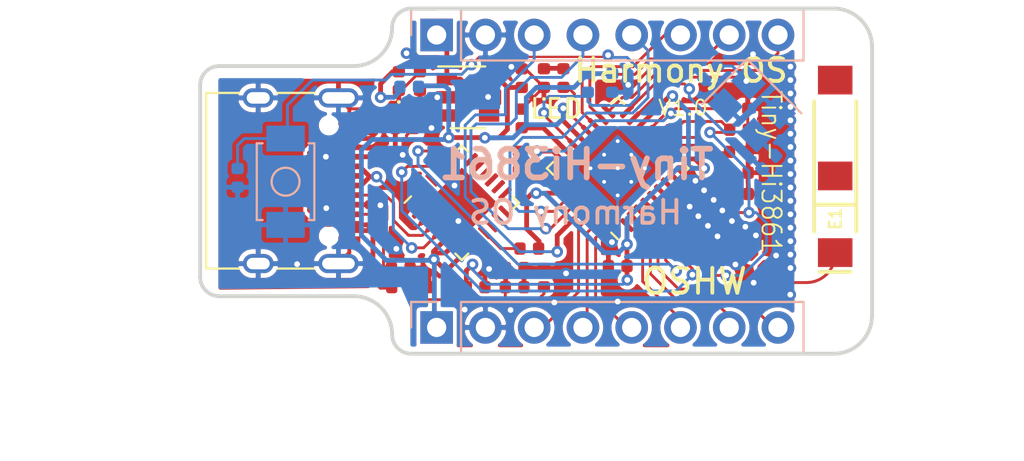
<source format=kicad_pcb>
(kicad_pcb (version 20171130) (host pcbnew "(5.1.6)-1")
  (title_block (title Tiny-Hi3861) (date 2020-09-21) (rev V1.0) (company IAMLIUBO))
  (layers (0 F.Cu signal) (31 B.Cu signal) (34 B.Paste user) (35 F.Paste user) (36 B.SilkS user) (37 F.SilkS user) (38 B.Mask user) (39 F.Mask user) (44 Edge.Cuts user))
  (net 0 "")
  (net 1 "Net-(U2-Pad4)")
  (net 2 /GPIO6)
  (net 3 /GPIO7)
  (net 4 /GPIO8)
  (net 5 /GPIO9)
  (net 6 /GPIO10)
  (net 7 /GPIO11)
  (net 8 /GPIO2)
  (net 9 /GPIO1)
  (net 10 /GPIO0)
  (net 11 /GPIO14)
  (net 12 /GPIO13)
  (net 13 /GPIO12)
  (net 14 /GPIO5)
  (net 15 GND)
  (net 16 /DN)
  (net 17 /DP)
  (net 18 +5V)
  (net 19 +3V3)
  (net 20 /XIN)
  (net 21 /XOUT)
  (net 22 /RX)
  (net 23 /TX)
  (net 24 /VDD_BUCK_1P3)
  (net 25 "Net-(C6-Pad2)")
  (net 26 "Net-(C12-Pad1)")
  (net 27 "Net-(J3-PadA5)")
  (net 28 "Net-(J3-PadB5)")
  (net 29 "Net-(L1-Pad1)")
  (net 30 /RST)
  (net 31 "Net-(R4-Pad2)")
  (net 32 "Net-(U3-Pad24)")
  (net 33 "Net-(U3-Pad23)")
  (net 34 "Net-(U3-Pad22)")
  (net 35 "Net-(U3-Pad19)")
  (net 36 "Net-(U3-Pad18)")
  (net 37 "Net-(U3-Pad17)")
  (net 38 "Net-(U3-Pad16)")
  (net 39 "Net-(U3-Pad15)")
  (net 40 "Net-(U3-Pad14)")
  (net 41 "Net-(U3-Pad13)")
  (net 42 "Net-(U3-Pad12)")
  (net 43 "Net-(U3-Pad11)")
  (net 44 "Net-(U3-Pad10)")
  (net 45 "Net-(U3-Pad1)")
  (net 46 "Net-(C15-Pad1)")
  (net 47 "Net-(C16-Pad1)")
  (net 48 "Net-(D2-Pad2)")
  (net 49 "Net-(PWR1-Pad2)")
  (net 50 /VDD_PMU_RFLDO1)
  (net 51 "Net-(C19-Pad1)")
  (net 52 "Net-(E1-PadNC)")
  (module Connector_PinHeader_2.54mm:PinHeader_1x08_P2.54mm_Vertical (layer B.Cu) (at 166.37 108 270)
    (fp_text reference J2 hide)
    (fp_text value Conn_01x08_Male)
    (pad 8 thru_hole oval (at 0 -17.78 270) (size 1.7 1.7) (drill 1) (layers *.Cu *.Mask) (net 8 /GPIO2))
    (pad 7 thru_hole oval (at 0 -15.24 270) (size 1.7 1.7) (drill 1) (layers *.Cu *.Mask) (net 9 /GPIO1))
    (pad 6 thru_hole oval (at 0 -12.7 270) (size 1.7 1.7) (drill 1) (layers *.Cu *.Mask) (net 10 /GPIO0))
    (pad 5 thru_hole oval (at 0 -10.16 270) (size 1.7 1.7) (drill 1) (layers *.Cu *.Mask) (net 11 /GPIO14))
    (pad 4 thru_hole oval (at 0 -7.62 270) (size 1.7 1.7) (drill 1) (layers *.Cu *.Mask) (net 12 /GPIO13))
    (pad 3 thru_hole oval (at 0 -5.08 270) (size 1.7 1.7) (drill 1) (layers *.Cu *.Mask) (net 13 /GPIO12))
    (pad 2 thru_hole oval (at 0 -2.54 270) (size 1.7 1.7) (drill 1) (layers *.Cu *.Mask) (net 15 GND))
    (pad 1 thru_hole rect (at 0 0 270) (size 1.7 1.7) (drill 1) (layers *.Cu *.Mask) (net 19 +3V3))
  )
  (module Connector_PinHeader_2.54mm:PinHeader_1x08_P2.54mm_Vertical (layer B.Cu) (at 166.37 92.75 270)
    (fp_text reference J1 hide)
    (fp_text value Conn_01x08_Male)
    (pad 8 thru_hole oval (at 0 -17.78 270) (size 1.7 1.7) (drill 1) (layers *.Cu *.Mask) (net 14 /GPIO5))
    (pad 7 thru_hole oval (at 0 -15.24 270) (size 1.7 1.7) (drill 1) (layers *.Cu *.Mask) (net 2 /GPIO6))
    (pad 6 thru_hole oval (at 0 -12.7 270) (size 1.7 1.7) (drill 1) (layers *.Cu *.Mask) (net 3 /GPIO7))
    (pad 5 thru_hole oval (at 0 -10.16 270) (size 1.7 1.7) (drill 1) (layers *.Cu *.Mask) (net 5 /GPIO9))
    (pad 4 thru_hole oval (at 0 -7.62 270) (size 1.7 1.7) (drill 1) (layers *.Cu *.Mask) (net 6 /GPIO10))
    (pad 3 thru_hole oval (at 0 -5.08 270) (size 1.7 1.7) (drill 1) (layers *.Cu *.Mask) (net 7 /GPIO11))
    (pad 2 thru_hole oval (at 0 -2.54 270) (size 1.7 1.7) (drill 1) (layers *.Cu *.Mask) (net 15 GND))
    (pad 1 thru_hole rect (at 0 0 270) (size 1.7 1.7) (drill 1) (layers *.Cu *.Mask) (net 18 +5V))
  )
  (module imliubo:Button_2Pin_3x4x2 (layer B.Cu) (at 158.5 100.4 270)
    (fp_text reference K1 hide)
    (fp_text value Mini-Button-3x4x2)
    (pad K smd rect (at 2.25 0 270) (size 1.35 2) (layers B.Cu B.Paste B.Mask) (net 15 GND))
    (pad A smd rect (at -2.25 0 270) (size 1.35 2) (layers B.Cu B.Paste B.Mask) (net 30 /RST))
  )
  (module Capacitor_SMD:C_0402_1005Metric (layer B.Cu) (at 156 100.2 90)
    (fp_text reference C5 hide)
    (fp_text value 104)
    (pad 2 smd roundrect (at 0.485 0 90) (size 0.59 0.64) (layers B.Cu B.Paste B.Mask) (net 30 /RST))
    (pad 1 smd roundrect (at -0.485 0 90) (size 0.59 0.64) (layers B.Cu B.Paste B.Mask) (net 15 GND))
  )
  (module Package_DFN_QFN:QFN-32-1EP_5x5mm_P0.5mm_EP3.1x3.1mm_ThermalVias (layer F.Cu) (at 175.8 99.7 135)
    (fp_text reference U1 hide)
    (fp_text value Hi3861LV100)
    (pad 33 smd rect (at 0 0 135) (size 2.5 2.5) (layers B.Cu) (net 15 GND))
    (pad 33 thru_hole circle (at 1 1 135) (size 0.5 0.5) (drill 0.2) (layers *.Cu) (net 15 GND))
    (pad 33 thru_hole circle (at 0 1 135) (size 0.5 0.5) (drill 0.2) (layers *.Cu) (net 15 GND))
    (pad 33 thru_hole circle (at -1 1 135) (size 0.5 0.5) (drill 0.2) (layers *.Cu) (net 15 GND))
    (pad 33 thru_hole circle (at 1 0 135) (size 0.5 0.5) (drill 0.2) (layers *.Cu) (net 15 GND))
    (pad 33 thru_hole circle (at 0 0 135) (size 0.5 0.5) (drill 0.2) (layers *.Cu) (net 15 GND))
    (pad 33 thru_hole circle (at -1 0 135) (size 0.5 0.5) (drill 0.2) (layers *.Cu) (net 15 GND))
    (pad 33 thru_hole circle (at 1 -1 135) (size 0.5 0.5) (drill 0.2) (layers *.Cu) (net 15 GND))
    (pad 33 thru_hole circle (at 0 -1 135) (size 0.5 0.5) (drill 0.2) (layers *.Cu) (net 15 GND))
    (pad 33 thru_hole circle (at -1 -1 135) (size 0.5 0.5) (drill 0.2) (layers *.Cu) (net 15 GND))
    (pad 33 smd rect (at 0 0 135) (size 3.1 3.1) (layers F.Cu F.Mask) (net 15 GND))
    (pad 32 smd roundrect (at -1.75 -2.4375 135) (size 0.25 0.875) (layers F.Cu F.Paste F.Mask) (net 11 /GPIO14))
    (pad 31 smd roundrect (at -1.25 -2.4375 135) (size 0.25 0.875) (layers F.Cu F.Paste F.Mask) (net 12 /GPIO13))
    (pad 30 smd roundrect (at -0.75 -2.4375 135) (size 0.25 0.875) (layers F.Cu F.Paste F.Mask) (net 13 /GPIO12))
    (pad 29 smd roundrect (at -0.25 -2.4375 135) (size 0.25 0.875) (layers F.Cu F.Paste F.Mask) (net 7 /GPIO11))
    (pad 28 smd roundrect (at 0.25 -2.4375 135) (size 0.25 0.875) (layers F.Cu F.Paste F.Mask) (net 6 /GPIO10))
    (pad 27 smd roundrect (at 0.75 -2.4375 135) (size 0.25 0.875) (layers F.Cu F.Paste F.Mask) (net 5 /GPIO9))
    (pad 26 smd roundrect (at 1.25 -2.4375 135) (size 0.25 0.875) (layers F.Cu F.Paste F.Mask) (net 19 +3V3))
    (pad 25 smd roundrect (at 1.75 -2.4375 135) (size 0.25 0.875) (layers F.Cu F.Paste F.Mask) (net 29 "Net-(L1-Pad1)"))
    (pad 24 smd roundrect (at 2.4375 -1.75 135) (size 0.875 0.25) (layers F.Cu F.Paste F.Mask) (net 24 /VDD_BUCK_1P3))
    (pad 23 smd roundrect (at 2.4375 -1.25 135) (size 0.875 0.25) (layers F.Cu F.Paste F.Mask) (net 25 "Net-(C6-Pad2)"))
    (pad 22 smd roundrect (at 2.4375 -0.75 135) (size 0.875 0.25) (layers F.Cu F.Paste F.Mask) (net 30 /RST))
    (pad 21 smd roundrect (at 2.4375 -0.25 135) (size 0.875 0.25) (layers F.Cu F.Paste F.Mask) (net 19 +3V3))
    (pad 20 smd roundrect (at 2.4375 0.25 135) (size 0.875 0.25) (layers F.Cu F.Paste F.Mask) (net 4 /GPIO8))
    (pad 19 smd roundrect (at 2.4375 0.75 135) (size 0.875 0.25) (layers F.Cu F.Paste F.Mask) (net 3 /GPIO7))
    (pad 18 smd roundrect (at 2.4375 1.25 135) (size 0.875 0.25) (layers F.Cu F.Paste F.Mask) (net 2 /GPIO6))
    (pad 17 smd roundrect (at 2.4375 1.75 135) (size 0.875 0.25) (layers F.Cu F.Paste F.Mask) (net 14 /GPIO5))
    (pad 16 smd roundrect (at 1.75 2.4375 135) (size 0.25 0.875) (layers F.Cu F.Paste F.Mask) (net 20 /XIN))
    (pad 15 smd roundrect (at 1.25 2.4375 135) (size 0.25 0.875) (layers F.Cu F.Paste F.Mask) (net 21 /XOUT))
    (pad 14 smd roundrect (at 0.75 2.4375 135) (size 0.25 0.875) (layers F.Cu F.Paste F.Mask) (net 19 +3V3))
    (pad 13 smd roundrect (at 0.25 2.4375 135) (size 0.25 0.875) (layers F.Cu F.Paste F.Mask) (net 24 /VDD_BUCK_1P3))
    (pad 12 smd roundrect (at -0.25 2.4375 135) (size 0.25 0.875) (layers F.Cu F.Paste F.Mask) (net 50 /VDD_PMU_RFLDO1))
    (pad 11 smd roundrect (at -0.75 2.4375 135) (size 0.25 0.875) (layers F.Cu F.Paste F.Mask) (net 51 "Net-(C19-Pad1)"))
    (pad 10 smd roundrect (at -1.25 2.4375 135) (size 0.25 0.875) (layers F.Cu F.Paste F.Mask) (net 50 /VDD_PMU_RFLDO1))
    (pad 9 smd roundrect (at -1.75 2.4375 135) (size 0.25 0.875) (layers F.Cu F.Paste F.Mask) (net 19 +3V3))
    (pad 8 smd roundrect (at -2.4375 1.75 135) (size 0.875 0.25) (layers F.Cu F.Paste F.Mask) (net 47 "Net-(C16-Pad1)"))
    (pad 7 smd roundrect (at -2.4375 1.25 135) (size 0.875 0.25) (layers F.Cu F.Paste F.Mask) (net 50 /VDD_PMU_RFLDO1))
    (pad 6 smd roundrect (at -2.4375 0.75 135) (size 0.875 0.25) (layers F.Cu F.Paste F.Mask) (net 22 /RX))
    (pad 5 smd roundrect (at -2.4375 0.25 135) (size 0.875 0.25) (layers F.Cu F.Paste F.Mask) (net 23 /TX))
    (pad 4 smd roundrect (at -2.4375 -0.25 135) (size 0.875 0.25) (layers F.Cu F.Paste F.Mask) (net 8 /GPIO2))
    (pad 3 smd roundrect (at -2.4375 -0.75 135) (size 0.875 0.25) (layers F.Cu F.Paste F.Mask) (net 9 /GPIO1))
    (pad 2 smd roundrect (at -2.4375 -1.25 135) (size 0.875 0.25) (layers F.Cu F.Paste F.Mask) (net 10 /GPIO0))
    (pad 1 smd roundrect (at -2.4375 -1.75 135) (size 0.875 0.25) (layers F.Cu F.Paste F.Mask) (net 19 +3V3))
  )
  (module imliubo:ANT-2.4GHZ-9.5X2.0MM (layer F.Cu) (at 187.13 99.6 180)
    (fp_text reference E1 (at -0.01 -2.74 90) (layer F.SilkS) (effects (font (size 0.6096 0.6096) (thickness 0.127))))
    (fp_text value ANTENNA-RainSun-2.4G hide)
    (pad NC1 smd rect (at 0 -0.5 180) (size 1.79832 1.4986) (layers F.Cu F.Paste F.Mask))
    (pad FEED smd rect (at 0 -4.49834 180) (size 1.79832 1.4986) (layers F.Cu F.Paste F.Mask) (net 46 "Net-(C15-Pad1)"))
    (pad NC smd rect (at 0 4.49834 180) (size 1.79832 1.4986) (layers F.Cu F.Paste F.Mask) (net 52 "Net-(E1-PadNC)"))
  )
  (module Capacitor_SMD:C_0402_1005Metric (layer F.Cu) (at 171.958 105.4 270)
    (fp_text reference C13 hide)
    (fp_text value 104)
    (pad 2 smd roundrect (at 0.485 0 270) (size 0.59 0.64) (layers F.Cu F.Paste F.Mask) (net 26 "Net-(C12-Pad1)"))
    (pad 1 smd roundrect (at -0.485 0 270) (size 0.59 0.64) (layers F.Cu F.Paste F.Mask) (net 15 GND))
  )
  (module Resistor_SMD:R_0402_1005Metric (layer F.Cu) (at 172.974 94.996 270)
    (fp_text reference R8 hide)
    (fp_text value 1K)
    (pad 2 smd roundrect (at 0.485 0 270) (size 0.59 0.64) (layers F.Cu F.Paste F.Mask) (net 4 /GPIO8))
    (pad 1 smd roundrect (at -0.485 0 270) (size 0.59 0.64) (layers F.Cu F.Paste F.Mask) (net 48 "Net-(D2-Pad2)"))
  )
  (module Capacitor_SMD:C_0402_1005Metric (layer F.Cu) (at 182.12 101.04 180)
    (fp_text reference C20 hide)
    (fp_text value 105)
    (pad 2 smd roundrect (at 0.485 0 180) (size 0.59 0.64) (layers F.Cu F.Paste F.Mask) (net 50 /VDD_PMU_RFLDO1))
    (pad 1 smd roundrect (at -0.485 0 180) (size 0.59 0.64) (layers F.Cu F.Paste F.Mask) (net 15 GND))
  )
  (module Capacitor_SMD:C_0402_1005Metric (layer F.Cu) (at 182.11 98.84)
    (fp_text reference C19 hide)
    (fp_text value 105)
    (pad 2 smd roundrect (at 0.485 0) (size 0.59 0.64) (layers F.Cu F.Paste F.Mask) (net 15 GND))
    (pad 1 smd roundrect (at -0.485 0) (size 0.59 0.64) (layers F.Cu F.Paste F.Mask) (net 51 "Net-(C19-Pad1)"))
  )
  (module Capacitor_SMD:C_0402_1005Metric (layer F.Cu) (at 182.12 97.69)
    (fp_text reference C18 hide)
    (fp_text value 102)
    (pad 2 smd roundrect (at 0.485 0) (size 0.59 0.64) (layers F.Cu F.Paste F.Mask) (net 15 GND))
    (pad 1 smd roundrect (at -0.485 0) (size 0.59 0.64) (layers F.Cu F.Paste F.Mask) (net 50 /VDD_PMU_RFLDO1))
  )
  (module Capacitor_SMD:C_0402_1005Metric (layer F.Cu) (at 182.11 99.93 180)
    (fp_text reference C17 hide)
    (fp_text value 104)
    (pad 2 smd roundrect (at 0.485 0 180) (size 0.59 0.64) (layers F.Cu F.Paste F.Mask) (net 50 /VDD_PMU_RFLDO1))
    (pad 1 smd roundrect (at -0.485 0 180) (size 0.59 0.64) (layers F.Cu F.Paste F.Mask) (net 15 GND))
  )
  (module Resistor_SMD:R_0402_1005Metric (layer B.Cu) (at 164.94 95.45)
    (fp_text reference R7 hide)
    (fp_text value 1K)
    (pad 2 smd roundrect (at 0.485 0) (size 0.59 0.64) (layers B.Cu B.Paste B.Mask) (net 19 +3V3))
    (pad 1 smd roundrect (at -0.485 0) (size 0.59 0.64) (layers B.Cu B.Paste B.Mask) (net 49 "Net-(PWR1-Pad2)"))
  )
  (module LED_SMD:LED_0402_1005Metric (layer F.Cu) (at 171.958 94.996 90)
    (fp_text reference D2 hide)
    (fp_text value LED)
    (pad 2 smd roundrect (at 0.485 0 90) (size 0.59 0.64) (layers F.Cu F.Paste F.Mask) (net 48 "Net-(D2-Pad2)"))
    (pad 1 smd roundrect (at -0.485 0 90) (size 0.59 0.64) (layers F.Cu F.Paste F.Mask) (net 15 GND))
  )
  (module LED_SMD:LED_0402_1005Metric (layer F.Cu) (at 164.4 95.15 90)
    (fp_text reference PWR1 hide)
    (fp_text value LED/RED)
    (pad 2 smd roundrect (at 0.485 0 90) (size 0.59 0.64) (layers F.Cu F.Paste F.Mask) (net 49 "Net-(PWR1-Pad2)"))
    (pad 1 smd roundrect (at -0.485 0 90) (size 0.59 0.64) (layers F.Cu F.Paste F.Mask) (net 15 GND))
  )
  (module Inductor_SMD:L_0402_1005Metric (layer F.Cu) (at 183.1 104.5 135)
    (fp_text reference L2 hide)
    (fp_text value TBD)
    (pad 2 smd roundrect (at 0.485 0 135) (size 0.59 0.64) (layers F.Cu F.Paste F.Mask) (net 47 "Net-(C16-Pad1)"))
    (pad 1 smd roundrect (at -0.485 0 135) (size 0.59 0.64) (layers F.Cu F.Paste F.Mask) (net 46 "Net-(C15-Pad1)"))
  )
  (module Capacitor_SMD:C_0402_1005Metric (layer F.Cu) (at 181.6 103.7 225)
    (fp_text reference C16 hide)
    (fp_text value TBD)
    (pad 2 smd roundrect (at 0.485 0 225) (size 0.59 0.64) (layers F.Cu F.Paste F.Mask) (net 15 GND))
    (pad 1 smd roundrect (at -0.485 0 225) (size 0.59 0.64) (layers F.Cu F.Paste F.Mask) (net 47 "Net-(C16-Pad1)"))
  )
  (module Capacitor_SMD:C_0402_1005Metric (layer F.Cu) (at 183.9 106 225)
    (fp_text reference C15 hide)
    (fp_text value TBD)
    (pad 2 smd roundrect (at 0.485 0 225) (size 0.59 0.64) (layers F.Cu F.Paste F.Mask) (net 15 GND))
    (pad 1 smd roundrect (at -0.485 0 225) (size 0.59 0.64) (layers F.Cu F.Paste F.Mask) (net 46 "Net-(C15-Pad1)"))
  )
  (module Package_DFN_QFN:QFN-24-1EP_4x4mm_P0.5mm_EP2.6x2.6mm (layer F.Cu) (at 167.680761 101.5 45)
    (fp_text reference U3 hide)
    (fp_text value CP2102N-A01-GQFN24)
    (pad 25 smd rect (at 0 0 45) (size 2.6 2.6) (layers F.Cu F.Mask) (net 15 GND))
    (pad 24 smd roundrect (at -1.25 -1.9375 45) (size 0.25 0.825) (layers F.Cu F.Paste F.Mask) (net 32 "Net-(U3-Pad24)"))
    (pad 23 smd roundrect (at -0.75 -1.9375 45) (size 0.25 0.825) (layers F.Cu F.Paste F.Mask) (net 33 "Net-(U3-Pad23)"))
    (pad 22 smd roundrect (at -0.25 -1.9375 45) (size 0.25 0.825) (layers F.Cu F.Paste F.Mask) (net 34 "Net-(U3-Pad22)"))
    (pad 21 smd roundrect (at 0.25 -1.9375 45) (size 0.25 0.825) (layers F.Cu F.Paste F.Mask) (net 22 /RX))
    (pad 20 smd roundrect (at 0.75 -1.9375 45) (size 0.25 0.825) (layers F.Cu F.Paste F.Mask) (net 23 /TX))
    (pad 19 smd roundrect (at 1.25 -1.9375 45) (size 0.25 0.825) (layers F.Cu F.Paste F.Mask) (net 35 "Net-(U3-Pad19)"))
    (pad 18 smd roundrect (at 1.9375 -1.25 45) (size 0.825 0.25) (layers F.Cu F.Paste F.Mask) (net 36 "Net-(U3-Pad18)"))
    (pad 17 smd roundrect (at 1.9375 -0.75 45) (size 0.825 0.25) (layers F.Cu F.Paste F.Mask) (net 37 "Net-(U3-Pad17)"))
    (pad 16 smd roundrect (at 1.9375 -0.25 45) (size 0.825 0.25) (layers F.Cu F.Paste F.Mask) (net 38 "Net-(U3-Pad16)"))
    (pad 15 smd roundrect (at 1.9375 0.25 45) (size 0.825 0.25) (layers F.Cu F.Paste F.Mask) (net 39 "Net-(U3-Pad15)"))
    (pad 14 smd roundrect (at 1.9375 0.75 45) (size 0.825 0.25) (layers F.Cu F.Paste F.Mask) (net 40 "Net-(U3-Pad14)"))
    (pad 13 smd roundrect (at 1.9375 1.25 45) (size 0.825 0.25) (layers F.Cu F.Paste F.Mask) (net 41 "Net-(U3-Pad13)"))
    (pad 12 smd roundrect (at 1.25 1.9375 45) (size 0.25 0.825) (layers F.Cu F.Paste F.Mask) (net 42 "Net-(U3-Pad12)"))
    (pad 11 smd roundrect (at 0.75 1.9375 45) (size 0.25 0.825) (layers F.Cu F.Paste F.Mask) (net 43 "Net-(U3-Pad11)"))
    (pad 10 smd roundrect (at 0.25 1.9375 45) (size 0.25 0.825) (layers F.Cu F.Paste F.Mask) (net 44 "Net-(U3-Pad10)"))
    (pad 9 smd roundrect (at -0.25 1.9375 45) (size 0.25 0.825) (layers F.Cu F.Paste F.Mask) (net 31 "Net-(R4-Pad2)"))
    (pad 8 smd roundrect (at -0.75 1.9375 45) (size 0.25 0.825) (layers F.Cu F.Paste F.Mask) (net 26 "Net-(C12-Pad1)"))
    (pad 7 smd roundrect (at -1.25 1.9375 45) (size 0.25 0.825) (layers F.Cu F.Paste F.Mask) (net 19 +3V3))
    (pad 6 smd roundrect (at -1.9375 1.25 45) (size 0.825 0.25) (layers F.Cu F.Paste F.Mask) (net 19 +3V3))
    (pad 5 smd roundrect (at -1.9375 0.75 45) (size 0.825 0.25) (layers F.Cu F.Paste F.Mask) (net 19 +3V3))
    (pad 4 smd roundrect (at -1.9375 0.25 45) (size 0.825 0.25) (layers F.Cu F.Paste F.Mask) (net 16 /DN))
    (pad 3 smd roundrect (at -1.9375 -0.25 45) (size 0.825 0.25) (layers F.Cu F.Paste F.Mask) (net 17 /DP))
    (pad 2 smd roundrect (at -1.9375 -0.75 45) (size 0.825 0.25) (layers F.Cu F.Paste F.Mask) (net 15 GND))
    (pad 1 smd roundrect (at -1.9375 -1.25 45) (size 0.825 0.25) (layers F.Cu F.Paste F.Mask) (net 45 "Net-(U3-Pad1)"))
  )
  (module Package_TO_SOT_SMD:SOT-23-5 (layer F.Cu) (at 168 96)
    (fp_text reference U2 hide)
    (fp_text value HX9193-33GB)
    (pad 5 smd rect (at 1.1 -0.95) (size 1.06 0.65) (layers F.Cu F.Paste F.Mask) (net 19 +3V3))
    (pad 4 smd rect (at 1.1 0.95) (size 1.06 0.65) (layers F.Cu F.Paste F.Mask) (net 1 "Net-(U2-Pad4)"))
    (pad 3 smd rect (at -1.1 0.95) (size 1.06 0.65) (layers F.Cu F.Paste F.Mask) (net 18 +5V))
    (pad 2 smd rect (at -1.1 0) (size 1.06 0.65) (layers F.Cu F.Paste F.Mask) (net 15 GND))
    (pad 1 smd rect (at -1.1 -0.95) (size 1.06 0.65) (layers F.Cu F.Paste F.Mask) (net 18 +5V))
  )
  (module Resistor_SMD:R_0402_1005Metric (layer F.Cu) (at 164.5 104.9 180)
    (fp_text reference R6 hide)
    (fp_text value 5.1K)
    (pad 2 smd roundrect (at 0.485 0 180) (size 0.59 0.64) (layers F.Cu F.Paste F.Mask) (net 28 "Net-(J3-PadB5)"))
    (pad 1 smd roundrect (at -0.485 0 180) (size 0.59 0.64) (layers F.Cu F.Paste F.Mask) (net 15 GND))
  )
  (module Inductor_SMD:L_0402_1005Metric (layer F.Cu) (at 170.65 99.3 90)
    (fp_text reference L1 hide)
    (fp_text value 2.2uH)
    (pad 2 smd roundrect (at 0.485 0 90) (size 0.59 0.64) (layers F.Cu F.Paste F.Mask) (net 24 /VDD_BUCK_1P3))
    (pad 1 smd roundrect (at -0.485 0 90) (size 0.59 0.64) (layers F.Cu F.Paste F.Mask) (net 29 "Net-(L1-Pad1)"))
  )
  (module Connector_USB:USB_C_Receptacle_XKB_U262-16XN-4BVC11 (layer F.Cu) (at 158.15 100.35 270)
    (fp_text reference J3 hide)
    (fp_text value USB_C_Receptacle_USB2.0)
    (pad A12 smd rect (at 3.35 -3.67 270) (size 0.3 1.15) (layers F.Cu F.Paste F.Mask) (net 15 GND))
    (pad A9 smd rect (at 2.55 -3.67 270) (size 0.3 1.15) (layers F.Cu F.Paste F.Mask) (net 18 +5V))
    (pad B9 smd rect (at -2.25 -3.67 270) (size 0.3 1.15) (layers F.Cu F.Paste F.Mask) (net 18 +5V))
    (pad B12 smd rect (at -3.05 -3.67 270) (size 0.3 1.15) (layers F.Cu F.Paste F.Mask) (net 15 GND))
    (pad A1 smd rect (at -3.35 -3.67 270) (size 0.3 1.15) (layers F.Cu F.Paste F.Mask) (net 15 GND))
    (pad A4 smd rect (at -2.55 -3.67 270) (size 0.3 1.15) (layers F.Cu F.Paste F.Mask) (net 18 +5V))
    (pad B8 smd rect (at -1.75 -3.67 270) (size 0.3 1.15) (layers F.Cu F.Paste F.Mask) (net 15 GND))
    (pad A5 smd rect (at -1.25 -3.67 270) (size 0.3 1.15) (layers F.Cu F.Paste F.Mask) (net 27 "Net-(J3-PadA5)"))
    (pad B7 smd rect (at -0.75 -3.67 270) (size 0.3 1.15) (layers F.Cu F.Paste F.Mask) (net 16 /DN))
    (pad A6 smd rect (at -0.25 -3.67 270) (size 0.3 1.15) (layers F.Cu F.Paste F.Mask) (net 17 /DP))
    (pad A7 smd rect (at 0.25 -3.67 270) (size 0.3 1.15) (layers F.Cu F.Paste F.Mask) (net 16 /DN))
    (pad B6 smd rect (at 0.75 -3.67 270) (size 0.3 1.15) (layers F.Cu F.Paste F.Mask) (net 17 /DP))
    (pad A8 smd rect (at 1.25 -3.67 270) (size 0.3 1.15) (layers F.Cu F.Paste F.Mask) (net 15 GND))
    (pad B5 smd rect (at 1.75 -3.67 270) (size 0.3 1.15) (layers F.Cu F.Paste F.Mask) (net 28 "Net-(J3-PadB5)"))
    (pad B4 smd rect (at 2.25 -3.67 270) (size 0.3 1.15) (layers F.Cu F.Paste F.Mask) (net 18 +5V))
    (pad B1 smd rect (at 3.05 -3.67 270) (size 0.3 1.15) (layers F.Cu F.Paste F.Mask) (net 15 GND))
    (pad "" np_thru_hole circle (at -2.89 -2.605 270) (size 0.65 0.65) (drill 0.65) (layers *.Cu *.Mask))
    (pad "" np_thru_hole circle (at 2.89 -2.605 270) (size 0.65 0.65) (drill 0.65) (layers *.Cu *.Mask))
    (pad S1 thru_hole oval (at 4.32 1.075 270) (size 1 1.6) (drill oval 0.6 1.2) (layers *.Cu *.Mask) (net 15 GND))
    (pad S1 thru_hole oval (at -4.32 1.075 270) (size 1 1.6) (drill oval 0.6 1.2) (layers *.Cu *.Mask) (net 15 GND))
    (pad S1 thru_hole oval (at 4.32 -3.105 270) (size 1 2.1) (drill oval 0.6 1.7) (layers *.Cu *.Mask) (net 15 GND))
    (pad S1 thru_hole oval (at -4.32 -3.105 270) (size 1 2.1) (drill oval 0.6 1.7) (layers *.Cu *.Mask) (net 15 GND))
  )
  (module Capacitor_SMD:C_0402_1005Metric (layer F.Cu) (at 170.8 95 90)
    (fp_text reference C14 hide)
    (fp_text value 104)
    (pad 2 smd roundrect (at 0.485 0 90) (size 0.59 0.64) (layers F.Cu F.Paste F.Mask) (net 15 GND))
    (pad 1 smd roundrect (at -0.485 0 90) (size 0.59 0.64) (layers F.Cu F.Paste F.Mask) (net 19 +3V3))
  )
  (module Capacitor_SMD:C_0402_1005Metric (layer F.Cu) (at 170.43 105.9)
    (fp_text reference C12 hide)
    (fp_text value 106)
    (pad 2 smd roundrect (at 0.485 0) (size 0.59 0.64) (layers F.Cu F.Paste F.Mask) (net 15 GND))
    (pad 1 smd roundrect (at -0.485 0) (size 0.59 0.64) (layers F.Cu F.Paste F.Mask) (net 26 "Net-(C12-Pad1)"))
  )
  (module Capacitor_SMD:C_0402_1005Metric (layer F.Cu) (at 166.45 105.9)
    (fp_text reference C11 hide)
    (fp_text value 104)
    (pad 2 smd roundrect (at 0.485 0) (size 0.59 0.64) (layers F.Cu F.Paste F.Mask) (net 19 +3V3))
    (pad 1 smd roundrect (at -0.485 0) (size 0.59 0.64) (layers F.Cu F.Paste F.Mask) (net 15 GND))
  )
  (module Capacitor_SMD:C_0402_1005Metric (layer F.Cu) (at 165.5 95.15 90)
    (fp_text reference C10 hide)
    (fp_text value 104)
    (pad 2 smd roundrect (at 0.485 0 90) (size 0.59 0.64) (layers F.Cu F.Paste F.Mask) (net 15 GND))
    (pad 1 smd roundrect (at -0.485 0 90) (size 0.59 0.64) (layers F.Cu F.Paste F.Mask) (net 18 +5V))
  )
  (module Capacitor_SMD:C_0402_1005Metric (layer F.Cu) (at 168.4 105.9)
    (fp_text reference C9 hide)
    (fp_text value 106)
    (pad 2 smd roundrect (at 0.485 0) (size 0.59 0.64) (layers F.Cu F.Paste F.Mask) (net 15 GND))
    (pad 1 smd roundrect (at -0.485 0) (size 0.59 0.64) (layers F.Cu F.Paste F.Mask) (net 19 +3V3))
  )
  (module Capacitor_SMD:C_0402_1005Metric (layer B.Cu) (at 175.514 95.25 90)
    (fp_text reference C7 hide)
    (fp_text value 104)
    (pad 2 smd roundrect (at 0.485 0 90) (size 0.59 0.64) (layers B.Cu B.Paste B.Mask) (net 19 +3V3))
    (pad 1 smd roundrect (at -0.485 0 90) (size 0.59 0.64) (layers B.Cu B.Paste B.Mask) (net 15 GND))
  )
  (module Crystal:Crystal_SMD_TXC_7M-4Pin_3.2x2.5mm (layer B.Cu) (at 182.791142 96.593223 315)
    (fp_text reference Y1 hide)
    (fp_text value Crystal_GND24_Small)
    (pad 4 smd rect (at -1.1 0.85 315) (size 1.4 1.2) (layers B.Cu B.Paste B.Mask) (net 15 GND))
    (pad 3 smd rect (at 1.1 0.85 315) (size 1.4 1.2) (layers B.Cu B.Paste B.Mask) (net 21 /XOUT))
    (pad 2 smd rect (at 1.1 -0.85 315) (size 1.4 1.2) (layers B.Cu B.Paste B.Mask) (net 15 GND))
    (pad 1 smd rect (at -1.1 -0.85 315) (size 1.4 1.2) (layers B.Cu B.Paste B.Mask) (net 20 /XIN))
  )
  (module Capacitor_SMD:C_0402_1005Metric (layer F.Cu) (at 170.8 97.1 270)
    (fp_text reference C6 hide)
    (fp_text value 104)
    (pad 2 smd roundrect (at 0.485 0 270) (size 0.59 0.64) (layers F.Cu F.Paste F.Mask) (net 25 "Net-(C6-Pad2)"))
    (pad 1 smd roundrect (at -0.485 0 270) (size 0.59 0.64) (layers F.Cu F.Paste F.Mask) (net 15 GND))
  )
  (module Resistor_SMD:R_0402_1005Metric (layer F.Cu) (at 164.7 97.6 180)
    (fp_text reference R5 hide)
    (fp_text value 5.1K)
    (pad 2 smd roundrect (at 0.485 0 180) (size 0.59 0.64) (layers F.Cu F.Paste F.Mask) (net 27 "Net-(J3-PadA5)"))
    (pad 1 smd roundrect (at -0.485 0 180) (size 0.59 0.64) (layers F.Cu F.Paste F.Mask) (net 15 GND))
  )
  (module Resistor_SMD:R_0402_1005Metric (layer F.Cu) (at 171.196 103.886 180)
    (fp_text reference R4 hide)
    (fp_text value 1K)
    (pad 2 smd roundrect (at 0.485 0 180) (size 0.59 0.64) (layers F.Cu F.Paste F.Mask) (net 31 "Net-(R4-Pad2)"))
    (pad 1 smd roundrect (at -0.485 0 180) (size 0.59 0.64) (layers F.Cu F.Paste F.Mask) (net 19 +3V3))
  )
  (module Resistor_SMD:R_0402_1005Metric (layer F.Cu) (at 170.434 104.902)
    (fp_text reference R3 hide)
    (fp_text value 47K)
    (pad 2 smd roundrect (at 0.485 0) (size 0.59 0.64) (layers F.Cu F.Paste F.Mask) (net 15 GND))
    (pad 1 smd roundrect (at -0.485 0) (size 0.59 0.64) (layers F.Cu F.Paste F.Mask) (net 26 "Net-(C12-Pad1)"))
  )
  (module Capacitor_SMD:C_0402_1005Metric (layer F.Cu) (at 182.09 96.59 180)
    (fp_text reference C4 hide)
    (fp_text value 4.7uF)
    (pad 2 smd roundrect (at 0.485 0 180) (size 0.59 0.64) (layers F.Cu F.Paste F.Mask) (net 24 /VDD_BUCK_1P3))
    (pad 1 smd roundrect (at -0.485 0 180) (size 0.59 0.64) (layers F.Cu F.Paste F.Mask) (net 15 GND))
  )
  (module Capacitor_SMD:C_0402_1005Metric (layer B.Cu) (at 183.67 99.39 225)
    (fp_text reference C3 hide)
    (fp_text value 22P)
    (pad 2 smd roundrect (at 0.485 0 225) (size 0.59 0.64) (layers B.Cu B.Paste B.Mask) (net 15 GND))
    (pad 1 smd roundrect (at -0.485 0 225) (size 0.59 0.64) (layers B.Cu B.Paste B.Mask) (net 21 /XOUT))
  )
  (module Capacitor_SMD:C_0402_1005Metric (layer B.Cu) (at 180.66 94.71 225)
    (fp_text reference C2 hide)
    (fp_text value 22P)
    (pad 2 smd roundrect (at 0.485 0 225) (size 0.59 0.64) (layers B.Cu B.Paste B.Mask) (net 15 GND))
    (pad 1 smd roundrect (at -0.485 0 225) (size 0.59 0.64) (layers B.Cu B.Paste B.Mask) (net 20 /XIN))
  )
  (module Capacitor_SMD:C_0402_1005Metric (layer F.Cu) (at 175.8 104.8)
    (fp_text reference C1 hide)
    (fp_text value 106)
    (pad 2 smd roundrect (at 0.485 0) (size 0.59 0.64) (layers F.Cu F.Paste F.Mask) (net 19 +3V3))
    (pad 1 smd roundrect (at -0.485 0) (size 0.59 0.64) (layers F.Cu F.Paste F.Mask) (net 15 GND))
  )
  (module Resistor_SMD:R_0402_1005Metric (layer F.Cu) (at 164.515 105.9 180)
    (fp_text reference R2 hide)
    (fp_text value 22K)
    (pad 2 smd roundrect (at 0.485 0 180) (size 0.59 0.64) (layers F.Cu F.Paste F.Mask) (net 18 +5V))
    (pad 1 smd roundrect (at -0.485 0 180) (size 0.59 0.64) (layers F.Cu F.Paste F.Mask) (net 26 "Net-(C12-Pad1)"))
  )
  (module Resistor_SMD:R_0402_1005Metric (layer B.Cu) (at 174.244 95.25 270)
    (fp_text reference R1 hide)
    (fp_text value 100K)
    (pad 2 smd roundrect (at 0.485 0 270) (size 0.59 0.64) (layers B.Cu B.Paste B.Mask) (net 30 /RST))
    (pad 1 smd roundrect (at -0.485 0 270) (size 0.59 0.64) (layers B.Cu B.Paste B.Mask) (net 19 +3V3))
  )
  (gr_text LED (at 172.6 96.6) (layer F.SilkS) (effects (font (size 1 1))))
  (gr_text OSHW (at 179.8 105.6) (layer F.SilkS) (effects (font (size 1.3 1.3) (thickness 0.2))))
  (gr_text V1.0 (at 179.2 96.55) (layer F.SilkS) (effects (font (size 0.8 0.8) (thickness 0.1))))
  (gr_text Tiny-Hi3861 (at 183.8 99.9 270) (layer F.SilkS) (effects (font (size 1 0.9) (thickness 0.1))))
  (gr_text "Harmony OS\n" (at 179.1 94.6) (layer F.SilkS) (effects (font (size 1.2 1.2) (thickness 0.2))))
  (gr_text "Harmony OS" (at 173.6 102) (layer B.SilkS) (effects (font (size 1.2 1.2) (thickness 0.2)) (justify mirror)))
  (gr_text Tiny-Hi3861 (at 173.65 99.5) (layer B.SilkS) (effects (font (size 1.5 1.5) (thickness 0.3)) (justify mirror)))
  (gr_line (start 187.050001 109.37) (end 165.050001 109.37) (layer Edge.Cuts) (width 0.2))
  (gr_arc (start 165.050001 92.37) (end 165.050001 91.37) (angle -90) (layer Edge.Cuts) (width 0.2))
  (gr_line (start 154.050001 95.37) (end 154.050001 105.37) (layer Edge.Cuts) (width 0.2))
  (gr_arc (start 162.05 108.37) (end 164.050001 108.37) (angle -90) (layer Edge.Cuts) (width 0.2))
  (gr_line (start 165.050001 91.37) (end 187.050001 91.37) (layer Edge.Cuts) (width 0.2))
  (gr_line (start 162.050001 94.37) (end 155.050001 94.37) (layer Edge.Cuts) (width 0.2))
  (gr_arc (start 155.050001 105.37) (end 154.050001 105.37) (angle -90) (layer Edge.Cuts) (width 0.2))
  (gr_arc (start 187.050001 107.37) (end 187.050001 109.37) (angle -90) (layer Edge.Cuts) (width 0.2))
  (gr_arc (start 162.050001 92.369999) (end 162.050001 94.37) (angle -90) (layer Edge.Cuts) (width 0.2))
  (gr_arc (start 155.050001 95.37) (end 155.050001 94.37) (angle -90) (layer Edge.Cuts) (width 0.2))
  (gr_arc (start 187.050001 93.37) (end 189.050001 93.369999) (angle -90) (layer Edge.Cuts) (width 0.2))
  (gr_arc (start 165.050001 108.37) (end 164.050001 108.37) (angle -90) (layer Edge.Cuts) (width 0.2))
  (gr_line (start 189.050001 93.369999) (end 189.050001 107.37) (layer Edge.Cuts) (width 0.2))
  (gr_line (start 155.05 106.37) (end 162.05 106.369999) (layer Edge.Cuts) (width 0.2))
  (segment (start 174.960311 97.092544) (end 174.960311 97.090311) (width 0.25) (layer F.Cu) (net 2))
  (segment (start 180.3 94) (end 181.59 92.71) (width 0.15) (layer F.Cu) (net 2))
  (segment (start 177.5 94) (end 180.3 94) (width 0.15) (layer F.Cu) (net 2))
  (segment (start 174.960311 97.092544) (end 174.35 96.482233) (width 0.15) (layer F.Cu) (net 2))
  (segment (start 174.35 95.1) (end 174.65 94.8) (width 0.15) (layer F.Cu) (net 2))
  (segment (start 176.7 94.8) (end 177.5 94) (width 0.15) (layer F.Cu) (net 2))
  (segment (start 181.59 92.71) (end 181.61 92.71) (width 0.15) (layer F.Cu) (net 2))
  (segment (start 174.35 96.482233) (end 174.35 95.1) (width 0.15) (layer F.Cu) (net 2))
  (segment (start 174.65 94.8) (end 176.7 94.8) (width 0.15) (layer F.Cu) (net 2))
  (segment (start 178.73 92.71) (end 179.07 92.71) (width 0.25) (layer F.Cu) (net 3))
  (segment (start 178.29 92.71) (end 179.07 92.71) (width 0.15) (layer F.Cu) (net 3))
  (segment (start 173.95 96.78934) (end 173.95 94.9) (width 0.15) (layer F.Cu) (net 3))
  (segment (start 174.606757 97.446097) (end 173.95 96.78934) (width 0.15) (layer F.Cu) (net 3))
  (segment (start 173.95 94.9) (end 174.45 94.4) (width 0.15) (layer F.Cu) (net 3))
  (segment (start 174.45 94.4) (end 176.6 94.4) (width 0.15) (layer F.Cu) (net 3))
  (segment (start 176.6 94.4) (end 178.29 92.71) (width 0.15) (layer F.Cu) (net 3))
  (segment (start 174.253204 97.799651) (end 174.249651 97.799651) (width 0.15) (layer F.Cu) (net 4))
  (segment (start 173.53999 97.08999) (end 173.53999 95.81599) (width 0.15) (layer F.Cu) (net 4))
  (segment (start 173.205 95.481) (end 172.974 95.481) (width 0.15) (layer F.Cu) (net 4))
  (segment (start 174.249651 97.799651) (end 173.53999 97.08999) (width 0.15) (layer F.Cu) (net 4))
  (segment (start 173.53999 95.81599) (end 173.205 95.481) (width 0.15) (layer F.Cu) (net 4))
  (segment (start 176.53 92.71) (end 176.09 92.71) (width 0.25) (layer B.Cu) (net 5))
  (via (at 171.8 101.95) (size 0.6) (drill 0.3) (layers F.Cu B.Cu) (net 5))
  (segment (start 172.48934 101.95) (end 171.8 101.95) (width 0.15) (layer F.Cu) (net 5))
  (segment (start 173.546097 100.893243) (end 172.48934 101.95) (width 0.15) (layer F.Cu) (net 5))
  (segment (start 177.379999 96.020001) (end 177.379999 93.559999) (width 0.15) (layer B.Cu) (net 5))
  (segment (start 174.180011 96.819989) (end 176.580011 96.819989) (width 0.15) (layer B.Cu) (net 5))
  (segment (start 177.379999 93.559999) (end 176.53 92.71) (width 0.15) (layer B.Cu) (net 5))
  (segment (start 172.91 98.09) (end 174.180011 96.819989) (width 0.15) (layer B.Cu) (net 5))
  (segment (start 176.580011 96.819989) (end 177.379999 96.020001) (width 0.15) (layer B.Cu) (net 5))
  (segment (start 170.66 101.95) (end 170.19 101.48) (width 0.15) (layer B.Cu) (net 5))
  (segment (start 171.8 101.95) (end 170.66 101.95) (width 0.15) (layer B.Cu) (net 5))
  (segment (start 170.19 98.76) (end 170.86 98.09) (width 0.15) (layer B.Cu) (net 5))
  (segment (start 170.19 101.48) (end 170.19 98.76) (width 0.15) (layer B.Cu) (net 5))
  (segment (start 170.86 98.09) (end 172.91 98.09) (width 0.15) (layer B.Cu) (net 5))
  (via (at 172.05 102.849994) (size 0.6) (drill 0.3) (layers F.Cu B.Cu) (net 6))
  (segment (start 173.899651 101.246796) (end 172.296453 102.849994) (width 0.15) (layer F.Cu) (net 6))
  (segment (start 172.296453 102.849994) (end 172.05 102.849994) (width 0.15) (layer F.Cu) (net 6))
  (segment (start 171.25 94.96) (end 172.87 94.96) (width 0.15) (layer B.Cu) (net 6))
  (segment (start 172.87 94.96) (end 173.99 93.84) (width 0.15) (layer B.Cu) (net 6))
  (segment (start 170.52 95.69) (end 171.25 94.96) (width 0.15) (layer B.Cu) (net 6))
  (segment (start 170.52 97.08) (end 170.52 95.69) (width 0.15) (layer B.Cu) (net 6))
  (segment (start 170.21 97.39) (end 170.52 97.08) (width 0.15) (layer B.Cu) (net 6))
  (segment (start 170.099994 102.849994) (end 168.15626 100.90626) (width 0.15) (layer B.Cu) (net 6))
  (segment (start 172.05 102.849994) (end 170.099994 102.849994) (width 0.15) (layer B.Cu) (net 6))
  (segment (start 173.99 93.84) (end 173.99 92.71) (width 0.15) (layer B.Cu) (net 6))
  (segment (start 168.15626 100.90626) (end 168.15626 97.66374) (width 0.15) (layer B.Cu) (net 6))
  (segment (start 168.15626 97.66374) (end 168.43 97.39) (width 0.15) (layer B.Cu) (net 6))
  (segment (start 168.43 97.39) (end 170.21 97.39) (width 0.15) (layer B.Cu) (net 6))
  (segment (start 172.65 103.203553) (end 172.65 104.05) (width 0.25) (layer F.Cu) (net 7))
  (via (at 172.65 104.05) (size 0.6) (drill 0.3) (layers F.Cu B.Cu) (net 7))
  (segment (start 174.253204 101.600349) (end 172.65 103.203553) (width 0.25) (layer F.Cu) (net 7))
  (segment (start 171.45 92.71) (end 171.4 92.76) (width 0.15) (layer B.Cu) (net 7))
  (segment (start 172.65 104.05) (end 170.7 104.05) (width 0.15) (layer B.Cu) (net 7))
  (segment (start 170.7 104.05) (end 167.855348 101.205348) (width 0.15) (layer B.Cu) (net 7))
  (segment (start 167.855348 101.205348) (end 167.855348 98.820527) (width 0.15) (layer B.Cu) (net 7))
  (segment (start 167.855348 98.820527) (end 167.856249 98.819626) (width 0.15) (layer B.Cu) (net 7))
  (segment (start 171.45 94.07) (end 171.45 92.71) (width 0.15) (layer B.Cu) (net 7))
  (segment (start 167.855348 98.820527) (end 167.855348 97.454652) (width 0.15) (layer B.Cu) (net 7))
  (segment (start 169.95 95.57) (end 171.45 94.07) (width 0.15) (layer B.Cu) (net 7))
  (segment (start 167.855348 97.454652) (end 168.4 96.91) (width 0.15) (layer B.Cu) (net 7))
  (segment (start 168.4 96.91) (end 169.95 96.91) (width 0.15) (layer B.Cu) (net 7))
  (segment (start 169.95 96.91) (end 169.95 95.57) (width 0.15) (layer B.Cu) (net 7))
  (segment (start 184.15 107.95) (end 183.696447 107.95) (width 0.25) (layer F.Cu) (net 8))
  (segment (start 183.85 107.95) (end 184.15 107.95) (width 0.15) (layer F.Cu) (net 8))
  (segment (start 177.346796 101.600349) (end 177.9 102.153553) (width 0.15) (layer F.Cu) (net 8))
  (segment (start 177.9 102.153553) (end 177.9 104.93) (width 0.15) (layer F.Cu) (net 8))
  (segment (start 177.9 104.93) (end 178.97 106) (width 0.15) (layer F.Cu) (net 8))
  (segment (start 181.9 106) (end 183.85 107.95) (width 0.15) (layer F.Cu) (net 8))
  (segment (start 178.97 106) (end 181.9 106) (width 0.15) (layer F.Cu) (net 8))
  (segment (start 177.5 102.46) (end 176.993903 101.953903) (width 0.15) (layer F.Cu) (net 9))
  (segment (start 181.61 107.41) (end 180.69 106.49) (width 0.15) (layer F.Cu) (net 9))
  (segment (start 181.61 107.95) (end 181.61 107.41) (width 0.15) (layer F.Cu) (net 9))
  (segment (start 178.79 106.49) (end 177.5 105.2) (width 0.15) (layer F.Cu) (net 9))
  (segment (start 176.993903 101.953903) (end 176.993243 101.953903) (width 0.15) (layer F.Cu) (net 9))
  (segment (start 180.69 106.49) (end 178.79 106.49) (width 0.15) (layer F.Cu) (net 9))
  (segment (start 177.5 105.2) (end 177.5 102.46) (width 0.15) (layer F.Cu) (net 9))
  (segment (start 179.07 107.57) (end 179.07 107.95) (width 0.15) (layer F.Cu) (net 10))
  (segment (start 177.1 105.6) (end 179.07 107.57) (width 0.15) (layer F.Cu) (net 10))
  (segment (start 176.639689 102.307456) (end 177.1 102.767767) (width 0.15) (layer F.Cu) (net 10))
  (segment (start 177.1 102.767767) (end 177.1 105.6) (width 0.15) (layer F.Cu) (net 10))
  (segment (start 174.65 106.4) (end 176.2 107.95) (width 0.15) (layer F.Cu) (net 11))
  (segment (start 174.65 103.324874) (end 174.65 106.4) (width 0.15) (layer F.Cu) (net 11))
  (segment (start 176.2 107.95) (end 176.51 107.95) (width 0.15) (layer F.Cu) (net 11))
  (segment (start 175.313864 102.66101) (end 174.65 103.324874) (width 0.15) (layer F.Cu) (net 11))
  (segment (start 173.99 107.95) (end 174 107.94) (width 0.25) (layer F.Cu) (net 12))
  (segment (start 173.97 107.95) (end 173.99 107.95) (width 0.25) (layer F.Cu) (net 12))
  (segment (start 174.21 107.71) (end 173.97 107.95) (width 0.15) (layer F.Cu) (net 12))
  (segment (start 174.960311 102.307456) (end 174.21 103.057767) (width 0.15) (layer F.Cu) (net 12))
  (segment (start 174.21 103.057767) (end 174.21 107.71) (width 0.15) (layer F.Cu) (net 12))
  (segment (start 171.958 107.95) (end 171.45 107.95) (width 0.15) (layer F.Cu) (net 13))
  (segment (start 173.76 106.148) (end 171.958 107.95) (width 0.15) (layer F.Cu) (net 13))
  (segment (start 174.606757 101.953903) (end 173.76 102.80066) (width 0.15) (layer F.Cu) (net 13))
  (segment (start 173.76 102.80066) (end 173.76 106.148) (width 0.15) (layer F.Cu) (net 13))
  (segment (start 184.15 93.7) (end 184.15 92.71) (width 0.15) (layer F.Cu) (net 14))
  (segment (start 176.052854 96) (end 176.55 96) (width 0.15) (layer F.Cu) (net 14))
  (segment (start 176.55 96) (end 177.95 94.6) (width 0.15) (layer F.Cu) (net 14))
  (segment (start 175.313864 96.73899) (end 176.052854 96) (width 0.15) (layer F.Cu) (net 14))
  (segment (start 177.95 94.6) (end 183.25 94.6) (width 0.15) (layer F.Cu) (net 14))
  (segment (start 183.25 94.6) (end 184.15 93.7) (width 0.15) (layer F.Cu) (net 14))
  (via (at 167.3 100.6) (size 0.6) (drill 0.3) (layers F.Cu B.Cu) (net 15))
  (via (at 167.5 102.45) (size 0.6) (drill 0.3) (layers F.Cu B.Cu) (net 15))
  (via (at 172.5 106.7) (size 0.6) (drill 0.3) (layers F.Cu B.Cu) (net 15))
  (via (at 166.4 96) (size 0.6) (drill 0.3) (layers F.Cu B.Cu) (net 15))
  (via (at 164.6 99) (size 0.6) (drill 0.3) (layers F.Cu B.Cu) (net 15))
  (via (at 164.8 93.7) (size 0.6) (drill 0.3) (layers F.Cu B.Cu) (net 15))
  (segment (start 181.257053 104.042947) (end 181.932053 104.717947) (width 0.2) (layer F.Cu) (net 15))
  (segment (start 166.61 101.5) (end 167.680761 101.5) (width 0.2) (layer F.Cu) (net 15))
  (segment (start 165.780412 102.339689) (end 165.780412 102.329588) (width 0.2) (layer F.Cu) (net 15))
  (segment (start 165.780412 102.329588) (end 166.61 101.5) (width 0.2) (layer F.Cu) (net 15))
  (segment (start 161.82 104.105) (end 161.255 104.67) (width 0.2) (layer F.Cu) (net 15))
  (segment (start 161.82 103.7) (end 161.82 104.105) (width 0.2) (layer F.Cu) (net 15))
  (segment (start 161.82 96.595) (end 161.255 96.03) (width 0.2) (layer F.Cu) (net 15))
  (segment (start 161.82 97.3) (end 161.82 96.595) (width 0.2) (layer F.Cu) (net 15))
  (segment (start 161.82 98.6) (end 161.1 98.6) (width 0.2) (layer F.Cu) (net 15))
  (via (at 160.6 99.1) (size 0.6) (drill 0.3) (layers F.Cu B.Cu) (net 15))
  (segment (start 161.1 98.6) (end 160.6 99.1) (width 0.2) (layer F.Cu) (net 15))
  (via (at 160.62 101.78) (size 0.6) (drill 0.3) (layers F.Cu B.Cu) (net 15))
  (segment (start 160.8 101.6) (end 160.62 101.78) (width 0.2) (layer F.Cu) (net 15))
  (segment (start 161.82 101.6) (end 160.8 101.6) (width 0.2) (layer F.Cu) (net 15))
  (via (at 184.8 104.9) (size 0.6) (drill 0.3) (layers F.Cu B.Cu) (net 15))
  (via (at 184.8 104.2) (size 0.6) (drill 0.3) (layers F.Cu B.Cu) (net 15))
  (via (at 184.8 103.5) (size 0.6) (drill 0.3) (layers F.Cu B.Cu) (net 15))
  (via (at 184.8 102.8) (size 0.6) (drill 0.3) (layers F.Cu B.Cu) (net 15))
  (via (at 184.8 102.1) (size 0.6) (drill 0.3) (layers F.Cu B.Cu) (net 15))
  (via (at 184.8 101.4) (size 0.6) (drill 0.3) (layers F.Cu B.Cu) (net 15))
  (via (at 184.8 100.7) (size 0.6) (drill 0.3) (layers F.Cu B.Cu) (net 15))
  (via (at 184.8 100) (size 0.6) (drill 0.3) (layers F.Cu B.Cu) (net 15))
  (via (at 184.8 94.4) (size 0.6) (drill 0.3) (layers F.Cu B.Cu) (net 15))
  (via (at 184.8 95.1) (size 0.6) (drill 0.3) (layers F.Cu B.Cu) (net 15))
  (via (at 184.8 95.8) (size 0.6) (drill 0.3) (layers F.Cu B.Cu) (net 15))
  (via (at 184.8 96.5) (size 0.6) (drill 0.3) (layers F.Cu B.Cu) (net 15))
  (via (at 184.8 97.2) (size 0.6) (drill 0.3) (layers F.Cu B.Cu) (net 15))
  (via (at 184.8 97.9) (size 0.6) (drill 0.3) (layers F.Cu B.Cu) (net 15))
  (via (at 184.8 99.3) (size 0.6) (drill 0.3) (layers F.Cu B.Cu) (net 15))
  (via (at 184.79 106.29) (size 0.6) (drill 0.3) (layers F.Cu B.Cu) (net 15))
  (segment (start 184.4 106.6) (end 184.8 106.2) (width 0.2) (layer F.Cu) (net 15))
  (segment (start 183.557053 106.342947) (end 183.814106 106.6) (width 0.2) (layer F.Cu) (net 15))
  (segment (start 183.814106 106.6) (end 184.4 106.6) (width 0.2) (layer F.Cu) (net 15))
  (segment (start 165.3 93.8) (end 165.5 94) (width 0.15) (layer F.Cu) (net 15))
  (segment (start 164.9 93.8) (end 165.3 93.8) (width 0.15) (layer F.Cu) (net 15))
  (segment (start 184.842947 97.942947) (end 184.8 97.9) (width 0.15) (layer B.Cu) (net 15))
  (segment (start 184.842947 98.347053) (end 184.842947 97.942947) (width 0.15) (layer B.Cu) (net 15))
  (segment (start 164.53 95.635) (end 165.5 94.665) (width 0.15) (layer F.Cu) (net 15))
  (segment (start 164.4 95.635) (end 164.53 95.635) (width 0.15) (layer F.Cu) (net 15))
  (segment (start 165.780412 102.339689) (end 165.320101 102.8) (width 0.15) (layer F.Cu) (net 15))
  (segment (start 165.320101 102.8) (end 165 102.8) (width 0.15) (layer F.Cu) (net 15))
  (segment (start 164.5 102.3) (end 164.5 100.8) (width 0.15) (layer F.Cu) (net 15))
  (segment (start 165 102.8) (end 164.5 102.3) (width 0.15) (layer F.Cu) (net 15))
  (segment (start 164.5 100.8) (end 163.9 100.2) (width 0.15) (layer F.Cu) (net 15))
  (segment (start 163.9 99.7) (end 164.6 99) (width 0.15) (layer F.Cu) (net 15))
  (segment (start 163.9 100.2) (end 163.9 99.7) (width 0.15) (layer F.Cu) (net 15))
  (segment (start 164.8 97.985) (end 165.185 97.6) (width 0.15) (layer F.Cu) (net 15))
  (segment (start 164.6 99) (end 164.8 98.8) (width 0.15) (layer F.Cu) (net 15))
  (segment (start 164.8 98.8) (end 164.8 97.985) (width 0.15) (layer F.Cu) (net 15))
  (via (at 166.1 97.6) (size 0.6) (drill 0.3) (layers F.Cu B.Cu) (net 15))
  (segment (start 166.9 96) (end 166.4 96) (width 0.15) (layer F.Cu) (net 15))
  (segment (start 182.605 99.94) (end 182.595 99.93) (width 0.15) (layer F.Cu) (net 15))
  (segment (start 182.605 101.04) (end 182.605 99.94) (width 0.15) (layer F.Cu) (net 15))
  (segment (start 182.575 99.91) (end 182.595 99.93) (width 0.15) (layer F.Cu) (net 15))
  (segment (start 182.575 96.59) (end 182.575 99.91) (width 0.15) (layer F.Cu) (net 15))
  (segment (start 184.53 96.77) (end 184.8 96.5) (width 0.15) (layer B.Cu) (net 15))
  (segment (start 184.17 96.77) (end 184.53 96.77) (width 0.15) (layer B.Cu) (net 15))
  (segment (start 184.71 96.59) (end 184.8 96.5) (width 0.15) (layer F.Cu) (net 15))
  (segment (start 182.575 96.59) (end 184.71 96.59) (width 0.15) (layer F.Cu) (net 15))
  (segment (start 161.825 96.6) (end 161.82 96.595) (width 0.15) (layer F.Cu) (net 15))
  (segment (start 164.4 95.635) (end 164.4 96.2) (width 0.15) (layer F.Cu) (net 15))
  (segment (start 164 96.6) (end 161.825 96.6) (width 0.15) (layer F.Cu) (net 15))
  (segment (start 164.4 96.2) (end 164 96.6) (width 0.15) (layer F.Cu) (net 15))
  (segment (start 184.8 94.4) (end 184.8 97.9) (width 0.15) (layer B.Cu) (net 15))
  (segment (start 184.8 97.9) (end 184.8 98.59) (width 0.15) (layer B.Cu) (net 15))
  (segment (start 184.8 99.3) (end 184.8 106.2) (width 0.15) (layer B.Cu) (net 15))
  (via (at 164.27 103.9) (size 0.6) (drill 0.3) (layers F.Cu B.Cu) (net 15))
  (segment (start 164.985 104.745) (end 164.985 104.9) (width 0.15) (layer F.Cu) (net 15))
  (segment (start 164.27 103.9) (end 164.27 104.03) (width 0.15) (layer F.Cu) (net 15))
  (segment (start 164.27 104.03) (end 164.985 104.745) (width 0.15) (layer F.Cu) (net 15))
  (segment (start 170.932 104.915) (end 170.919 104.902) (width 0.15) (layer F.Cu) (net 15))
  (segment (start 171.958 104.915) (end 170.932 104.915) (width 0.15) (layer F.Cu) (net 15))
  (segment (start 170.915 104.906) (end 170.919 104.902) (width 0.15) (layer F.Cu) (net 15))
  (segment (start 170.915 105.9) (end 170.915 104.906) (width 0.15) (layer F.Cu) (net 15))
  (segment (start 164.985 104.9) (end 165.09 104.9) (width 0.15) (layer F.Cu) (net 15))
  (segment (start 165.965 105.775) (end 165.965 105.9) (width 0.15) (layer F.Cu) (net 15))
  (segment (start 165.09 104.9) (end 165.965 105.775) (width 0.15) (layer F.Cu) (net 15))
  (via (at 163.44 101.63) (size 0.6) (drill 0.3) (layers F.Cu B.Cu) (net 15))
  (segment (start 163.41 101.6) (end 163.44 101.63) (width 0.15) (layer F.Cu) (net 15))
  (segment (start 161.82 101.6) (end 163.41 101.6) (width 0.15) (layer F.Cu) (net 15))
  (segment (start 171.958 104.915) (end 172.715 104.915) (width 0.15) (layer F.Cu) (net 15))
  (segment (start 172.715 104.915) (end 172.8 105) (width 0.15) (layer F.Cu) (net 15))
  (segment (start 172.799999 106.400001) (end 172.5 106.7) (width 0.15) (layer F.Cu) (net 15))
  (segment (start 172.8 105) (end 172.799999 106.400001) (width 0.15) (layer F.Cu) (net 15))
  (via (at 175.8 106.65) (size 0.6) (drill 0.3) (layers F.Cu B.Cu) (net 15))
  (via (at 169.1 104.95) (size 0.6) (drill 0.3) (layers F.Cu B.Cu) (net 15))
  (via (at 175.5 103.55) (size 0.6) (drill 0.3) (layers F.Cu B.Cu) (net 15))
  (segment (start 175.799999 103.250001) (end 175.5 103.55) (width 0.15) (layer B.Cu) (net 15))
  (segment (start 175.8 99.7) (end 175.799999 103.250001) (width 0.15) (layer B.Cu) (net 15))
  (segment (start 165.35 94.25) (end 165.5 94.25) (width 0.2) (layer F.Cu) (net 15))
  (segment (start 164.8 93.7) (end 165.35 94.25) (width 0.2) (layer F.Cu) (net 15))
  (segment (start 165.5 94) (end 165.5 94.25) (width 0.15) (layer F.Cu) (net 15))
  (segment (start 165.5 94.25) (end 165.5 94.665) (width 0.15) (layer F.Cu) (net 15))
  (segment (start 164.8 93.7) (end 165.15 94.05) (width 0.2) (layer B.Cu) (net 15))
  (via (at 176.35 95.35) (size 0.6) (drill 0.3) (layers F.Cu B.Cu) (net 15))
  (via (at 182.85 93.75) (size 0.6) (drill 0.3) (layers F.Cu B.Cu) (net 15))
  (segment (start 176.35 95.35) (end 176.65 95.35) (width 0.15) (layer F.Cu) (net 15))
  (segment (start 177.74999 94.25001) (end 182.34999 94.25001) (width 0.15) (layer F.Cu) (net 15))
  (segment (start 182.34999 94.25001) (end 182.85 93.75) (width 0.15) (layer F.Cu) (net 15))
  (segment (start 176.65 95.35) (end 177.74999 94.25001) (width 0.15) (layer F.Cu) (net 15))
  (segment (start 184.8 98.59) (end 184.8 99.3) (width 0.15) (layer B.Cu) (net 15))
  (via (at 184.8 98.59) (size 0.6) (drill 0.3) (layers F.Cu B.Cu) (net 15))
  (segment (start 170.992 94.515) (end 171.958 95.481) (width 0.15) (layer F.Cu) (net 15))
  (segment (start 170.8 94.515) (end 170.992 94.515) (width 0.15) (layer F.Cu) (net 15))
  (segment (start 171.934 95.481) (end 170.8 96.615) (width 0.15) (layer F.Cu) (net 15))
  (segment (start 171.958 95.481) (end 171.934 95.481) (width 0.15) (layer F.Cu) (net 15))
  (via (at 170.26 94.41) (size 0.6) (drill 0.3) (layers F.Cu B.Cu) (net 15))
  (via (at 170.22 107.09) (size 0.6) (drill 0.3) (layers F.Cu B.Cu) (net 15))
  (via (at 167.83 107.07) (size 0.6) (drill 0.3) (layers F.Cu B.Cu) (net 15))
  (via (at 173.11 105.18) (size 0.6) (drill 0.3) (layers F.Cu B.Cu) (net 15))
  (via (at 169.05 95.98) (size 0.6) (drill 0.3) (layers F.Cu B.Cu) (net 15))
  (via (at 159.1 104.7) (size 0.6) (drill 0.3) (layers F.Cu B.Cu) (net 15))
  (via (at 181 103.25) (size 0.6) (drill 0.3) (layers F.Cu B.Cu) (net 15))
  (via (at 180.5 102.7) (size 0.6) (drill 0.3) (layers F.Cu B.Cu) (net 15))
  (via (at 180 102.2) (size 0.6) (drill 0.3) (layers F.Cu B.Cu) (net 15))
  (via (at 179.55 101.7) (size 0.6) (drill 0.3) (layers F.Cu B.Cu) (net 15))
  (via (at 179.85 100.35) (size 0.6) (drill 0.3) (layers F.Cu B.Cu) (net 15))
  (via (at 180.3 100.85) (size 0.6) (drill 0.3) (layers F.Cu B.Cu) (net 15))
  (via (at 180.8 101.35) (size 0.6) (drill 0.3) (layers F.Cu B.Cu) (net 15))
  (via (at 181.25 101.9) (size 0.6) (drill 0.3) (layers F.Cu B.Cu) (net 15))
  (via (at 181.75 102.45) (size 0.6) (drill 0.3) (layers F.Cu B.Cu) (net 15))
  (via (at 182.45 102.75) (size 0.6) (drill 0.3) (layers F.Cu B.Cu) (net 15))
  (via (at 183 103.2) (size 0.6) (drill 0.3) (layers F.Cu B.Cu) (net 15))
  (via (at 184.05 104.25) (size 0.6) (drill 0.3) (layers F.Cu B.Cu) (net 15))
  (segment (start 181.932053 104.717947) (end 182.882053 105.667947) (width 0.2) (layer F.Cu) (net 15))
  (via (at 181.932053 104.717947) (size 0.6) (drill 0.3) (layers F.Cu B.Cu) (net 15))
  (segment (start 182.882053 105.667947) (end 183.557053 106.342947) (width 0.2) (layer F.Cu) (net 15))
  (via (at 182.882053 105.667947) (size 0.6) (drill 0.3) (layers F.Cu B.Cu) (net 15))
  (segment (start 161.82 103.4) (end 161.82 103.7) (width 0.15) (layer F.Cu) (net 15))
  (segment (start 161.82 97.3) (end 161.82 97) (width 0.15) (layer F.Cu) (net 15))
  (via (at 163.240001 100.140001) (size 0.6) (drill 0.3) (layers F.Cu B.Cu) (net 16))
  (segment (start 163.240001 100.140001) (end 162.890001 100.140001) (width 0.15) (layer F.Cu) (net 16))
  (via (at 165.070002 103.85) (size 0.6) (drill 0.3) (layers F.Cu B.Cu) (net 16))
  (segment (start 164.11 102.889998) (end 165.070002 103.85) (width 0.15) (layer B.Cu) (net 16))
  (segment (start 163.240001 100.140001) (end 164.11 101.01) (width 0.15) (layer B.Cu) (net 16))
  (segment (start 164.11 101.01) (end 164.11 102.889998) (width 0.15) (layer B.Cu) (net 16))
  (segment (start 165.69 103.85) (end 165.070002 103.85) (width 0.15) (layer F.Cu) (net 16))
  (segment (start 166.487518 103.046796) (end 166.487518 103.052482) (width 0.15) (layer F.Cu) (net 16))
  (segment (start 166.487518 103.052482) (end 165.69 103.85) (width 0.15) (layer F.Cu) (net 16))
  (segment (start 162.35 99.6) (end 162.474999 99.724999) (width 0.25) (layer F.Cu) (net 16))
  (segment (start 161.82 99.6) (end 162.35 99.6) (width 0.25) (layer F.Cu) (net 16))
  (segment (start 162.620001 99.870001) (end 162.890001 100.140001) (width 0.25) (layer F.Cu) (net 16))
  (segment (start 162.890001 100.140001) (end 162.430002 100.6) (width 0.25) (layer F.Cu) (net 16))
  (segment (start 162.430002 100.6) (end 161.62 100.6) (width 0.25) (layer F.Cu) (net 16))
  (segment (start 162.620001 99.870001) (end 162.474999 99.724999) (width 0.25) (layer F.Cu) (net 16))
  (segment (start 163.71 101.1) (end 164.13 101.52) (width 0.15) (layer F.Cu) (net 17))
  (segment (start 164.91 103.2) (end 165.627208 103.2) (width 0.15) (layer F.Cu) (net 17))
  (segment (start 165.627208 103.2) (end 166.133965 102.693243) (width 0.15) (layer F.Cu) (net 17))
  (segment (start 161.82 101.1) (end 163.71 101.1) (width 0.15) (layer F.Cu) (net 17))
  (segment (start 164.13 102.42) (end 164.91 103.2) (width 0.15) (layer F.Cu) (net 17))
  (segment (start 164.13 101.52) (end 164.13 102.42) (width 0.15) (layer F.Cu) (net 17))
  (segment (start 160.809998 100.1) (end 161.62 100.1) (width 0.25) (layer F.Cu) (net 17))
  (segment (start 160.3 100.609998) (end 160.809998 100.1) (width 0.25) (layer F.Cu) (net 17))
  (segment (start 161.82 101.1) (end 160.790002 101.1) (width 0.25) (layer F.Cu) (net 17))
  (segment (start 160.790002 101.1) (end 160.3 100.609998) (width 0.25) (layer F.Cu) (net 17))
  (segment (start 163.05 102.95) (end 163.05 105.5) (width 0.25) (layer F.Cu) (net 18))
  (segment (start 163.45 105.9) (end 164.03 105.9) (width 0.25) (layer F.Cu) (net 18))
  (segment (start 163.05 105.5) (end 163.45 105.9) (width 0.25) (layer F.Cu) (net 18))
  (segment (start 162.395 102.95) (end 163.05 102.95) (width 0.25) (layer F.Cu) (net 18))
  (segment (start 161.57 102.95) (end 162.395 102.95) (width 0.25) (layer F.Cu) (net 18))
  (segment (start 167.68 96.95) (end 166.9 96.95) (width 0.25) (layer F.Cu) (net 18))
  (segment (start 168 96.63) (end 167.68 96.95) (width 0.25) (layer F.Cu) (net 18))
  (segment (start 168 95.45) (end 168 96.63) (width 0.25) (layer F.Cu) (net 18))
  (segment (start 166.9 95.05) (end 167.6 95.05) (width 0.25) (layer F.Cu) (net 18))
  (segment (start 167.6 95.05) (end 168 95.45) (width 0.25) (layer F.Cu) (net 18))
  (segment (start 163.15 97.85) (end 163.175 97.875) (width 0.25) (layer F.Cu) (net 18))
  (segment (start 161.57 97.85) (end 163.15 97.85) (width 0.25) (layer F.Cu) (net 18))
  (segment (start 166.9 93.24) (end 166.37 92.71) (width 0.25) (layer F.Cu) (net 18))
  (segment (start 166.9 94.8) (end 166.9 93.24) (width 0.25) (layer F.Cu) (net 18))
  (segment (start 166.9 95.05) (end 166.65 95.05) (width 0.25) (layer F.Cu) (net 18))
  (segment (start 166.65 95.05) (end 166.9 94.8) (width 0.25) (layer F.Cu) (net 18))
  (segment (start 161.57 98.15) (end 162.9 98.15) (width 0.25) (layer F.Cu) (net 18))
  (segment (start 161.559999 98.160001) (end 161.57 98.15) (width 0.25) (layer F.Cu) (net 18))
  (segment (start 159.75 101.89) (end 159.75 98.9) (width 0.25) (layer F.Cu) (net 18))
  (segment (start 162.75 102.65) (end 161.57 102.65) (width 0.25) (layer F.Cu) (net 18))
  (segment (start 162.9 98.15) (end 163.175 97.875) (width 0.25) (layer F.Cu) (net 18))
  (segment (start 160.489999 98.160001) (end 161.559999 98.160001) (width 0.25) (layer F.Cu) (net 18))
  (segment (start 159.75 98.9) (end 160.489999 98.160001) (width 0.25) (layer F.Cu) (net 18))
  (segment (start 163.05 102.95) (end 162.75 102.65) (width 0.25) (layer F.Cu) (net 18))
  (segment (start 161.57 102.65) (end 161.545001 102.625001) (width 0.25) (layer F.Cu) (net 18))
  (segment (start 160.485001 102.625001) (end 159.75 101.89) (width 0.25) (layer F.Cu) (net 18))
  (segment (start 161.545001 102.625001) (end 160.485001 102.625001) (width 0.25) (layer F.Cu) (net 18))
  (segment (start 165.5 95.635) (end 165.5 96.53) (width 0.25) (layer F.Cu) (net 18))
  (segment (start 163.175 97.325) (end 163.175 97.875) (width 0.25) (layer F.Cu) (net 18))
  (segment (start 163.6 96.9) (end 163.175 97.325) (width 0.25) (layer F.Cu) (net 18))
  (segment (start 165.5 96.53) (end 165.5 96.9) (width 0.25) (layer F.Cu) (net 18))
  (segment (start 165.5 96.9) (end 163.6 96.9) (width 0.25) (layer F.Cu) (net 18))
  (segment (start 166.85 96.9) (end 166.9 96.95) (width 0.25) (layer F.Cu) (net 18))
  (segment (start 165.56 96.86) (end 165.6 96.9) (width 0.25) (layer F.Cu) (net 18))
  (segment (start 165.6 96.9) (end 166.85 96.9) (width 0.25) (layer F.Cu) (net 18))
  (segment (start 168.166897 103.753903) (end 167.0208 104.9) (width 0.25) (layer F.Cu) (net 19))
  (segment (start 166.37 107.95) (end 166.35 107.95) (width 0.25) (layer B.Cu) (net 19))
  (segment (start 167.915 105.9) (end 166.935 105.9) (width 0.25) (layer F.Cu) (net 19))
  (segment (start 174.244 94.765) (end 175.514 94.765) (width 0.25) (layer B.Cu) (net 19))
  (segment (start 176.285 102.662146) (end 176.286136 102.66101) (width 0.25) (layer F.Cu) (net 19))
  (segment (start 176.285 104.8) (end 176.285 103.665) (width 0.25) (layer F.Cu) (net 19))
  (segment (start 172.732233 101) (end 173.192544 100.539689) (width 0.25) (layer F.Cu) (net 19))
  (segment (start 171.35 101) (end 171.55 101) (width 0.25) (layer F.Cu) (net 19))
  (segment (start 171.056908 102.856908) (end 171.056908 101.293092) (width 0.25) (layer F.Cu) (net 19))
  (segment (start 171.7 103.5) (end 171.056908 102.856908) (width 0.25) (layer F.Cu) (net 19))
  (segment (start 171.056908 101.293092) (end 171.35 101) (width 0.25) (layer F.Cu) (net 19))
  (segment (start 171.681 103.886) (end 171.7 103.867) (width 0.25) (layer F.Cu) (net 19))
  (segment (start 171.7 103.867) (end 171.7 103.5) (width 0.25) (layer F.Cu) (net 19))
  (segment (start 176.285 103.665) (end 176.285 102.662146) (width 0.25) (layer F.Cu) (net 19))
  (via (at 176.285 103.665) (size 0.6) (drill 0.3) (layers F.Cu B.Cu) (net 19))
  (segment (start 171.55 101) (end 172.732233 101) (width 0.25) (layer F.Cu) (net 19))
  (via (at 171.55 101) (size 0.6) (drill 0.3) (layers F.Cu B.Cu) (net 19))
  (segment (start 176.993243 97.446097) (end 176.993243 97.436757) (width 0.25) (layer F.Cu) (net 19))
  (segment (start 176.993243 97.446097) (end 178.509348 95.929992) (width 0.25) (layer F.Cu) (net 19))
  (segment (start 178.509348 95.929992) (end 178.652365 95.929992) (width 0.25) (layer F.Cu) (net 19))
  (via (at 178.652365 95.929992) (size 0.6) (drill 0.3) (layers F.Cu B.Cu) (net 19))
  (via (at 180.31 99.7) (size 0.6) (drill 0.3) (layers F.Cu B.Cu) (net 19))
  (segment (start 179.823864 99.213864) (end 180.31 99.7) (width 0.25) (layer F.Cu) (net 19))
  (segment (start 178.76101 99.213864) (end 179.823864 99.213864) (width 0.25) (layer F.Cu) (net 19))
  (segment (start 178.92 99.7) (end 180.31 99.7) (width 0.25) (layer B.Cu) (net 19))
  (segment (start 176.285 103.665) (end 176.285 102.335) (width 0.25) (layer B.Cu) (net 19))
  (segment (start 176.285 102.335) (end 178.92 99.7) (width 0.25) (layer B.Cu) (net 19))
  (segment (start 179.486136 96.763763) (end 179.486136 99.7) (width 0.25) (layer B.Cu) (net 19))
  (segment (start 178.652365 95.929992) (end 179.486136 96.763763) (width 0.25) (layer B.Cu) (net 19))
  (segment (start 179.486136 99.7) (end 180.31 99.7) (width 0.25) (layer B.Cu) (net 19))
  (via (at 167 98.1) (size 0.6) (drill 0.3) (layers F.Cu B.Cu) (net 19))
  (segment (start 167 95.6) (end 167 98.1) (width 0.25) (layer B.Cu) (net 19))
  (segment (start 165.4 95.4) (end 166.8 95.4) (width 0.25) (layer B.Cu) (net 19))
  (segment (start 166.8 95.4) (end 167 95.6) (width 0.25) (layer B.Cu) (net 19))
  (segment (start 176.285 104.8) (end 176.285 105.50999) (width 0.25) (layer F.Cu) (net 19))
  (via (at 176.3 105.52499) (size 0.6) (drill 0.3) (layers F.Cu B.Cu) (net 19))
  (segment (start 176.285 105.50999) (end 176.3 105.52499) (width 0.25) (layer F.Cu) (net 19))
  (segment (start 167 98.1) (end 168.87 98.1) (width 0.25) (layer F.Cu) (net 19))
  (segment (start 168.87 98.1) (end 168.88 98.11) (width 0.25) (layer F.Cu) (net 19))
  (via (at 166.23 104.45) (size 0.6) (drill 0.3) (layers F.Cu B.Cu) (net 19))
  (segment (start 166.828528 104.12) (end 167.194625 103.753903) (width 0.25) (layer F.Cu) (net 19))
  (segment (start 166.21 104.12) (end 166.828528 104.12) (width 0.25) (layer F.Cu) (net 19))
  (via (at 168.24 104.71) (size 0.6) (drill 0.3) (layers F.Cu B.Cu) (net 19))
  (segment (start 167.915 105.9) (end 167.915 105.035) (width 0.25) (layer F.Cu) (net 19))
  (segment (start 167.915 105.035) (end 168.24 104.71) (width 0.25) (layer F.Cu) (net 19))
  (segment (start 166.21 104.41) (end 166.21 104.031421) (width 0.25) (layer F.Cu) (net 19))
  (segment (start 167.0208 104.9) (end 166.7 104.9) (width 0.25) (layer F.Cu) (net 19))
  (segment (start 166.21 104.031421) (end 166.841072 103.400349) (width 0.25) (layer F.Cu) (net 19))
  (segment (start 166.7 104.9) (end 166.21 104.41) (width 0.25) (layer F.Cu) (net 19))
  (segment (start 166.25 107.85) (end 166.35 107.95) (width 0.25) (layer B.Cu) (net 19))
  (segment (start 166.38 104.5) (end 166.25 104.63) (width 0.25) (layer B.Cu) (net 19))
  (segment (start 166.9 98.2) (end 163 98.2) (width 0.25) (layer B.Cu) (net 19))
  (segment (start 167 98.1) (end 166.9 98.2) (width 0.25) (layer B.Cu) (net 19))
  (segment (start 163 98.2) (end 162.45 98.75) (width 0.25) (layer B.Cu) (net 19))
  (segment (start 166.25 104.63) (end 166.25 107.85) (width 0.25) (layer B.Cu) (net 19))
  (segment (start 162.45 103.2) (end 163.75 104.5) (width 0.25) (layer B.Cu) (net 19))
  (segment (start 163.75 104.5) (end 166.38 104.5) (width 0.25) (layer B.Cu) (net 19))
  (segment (start 162.45 98.75) (end 162.45 103.2) (width 0.25) (layer B.Cu) (net 19))
  (segment (start 166.95 105.885) (end 166.935 105.9) (width 0.25) (layer F.Cu) (net 19))
  (segment (start 167.0208 104.9) (end 166.95 104.9708) (width 0.25) (layer F.Cu) (net 19))
  (segment (start 166.95 104.9708) (end 166.95 105.885) (width 0.25) (layer F.Cu) (net 19))
  (segment (start 175.85 104.1) (end 176.285 103.665) (width 0.25) (layer B.Cu) (net 19))
  (segment (start 175.1 104.1) (end 175.85 104.1) (width 0.25) (layer B.Cu) (net 19))
  (segment (start 171.55 101) (end 172 101) (width 0.25) (layer B.Cu) (net 19))
  (segment (start 172 101) (end 175.1 104.1) (width 0.25) (layer B.Cu) (net 19))
  (segment (start 169.1 95.05) (end 169.62 95.05) (width 0.15) (layer F.Cu) (net 19))
  (segment (start 169.62 95.05) (end 170.055 95.485) (width 0.25) (layer F.Cu) (net 19))
  (segment (start 170.055 95.485) (end 170.8 95.485) (width 0.25) (layer F.Cu) (net 19))
  (segment (start 170.055 97.675) (end 170.055 95.485) (width 0.25) (layer F.Cu) (net 19))
  (segment (start 169.62 98.11) (end 170.055 97.675) (width 0.25) (layer F.Cu) (net 19))
  (segment (start 168.88 98.11) (end 169.62 98.11) (width 0.25) (layer F.Cu) (net 19))
  (segment (start 174.244 94.765) (end 173.524 95.485) (width 0.25) (layer B.Cu) (net 19))
  (via (at 168.88 98.11) (size 0.6) (drill 0.3) (layers F.Cu B.Cu) (net 19))
  (segment (start 169.28 98.11) (end 168.88 98.11) (width 0.25) (layer B.Cu) (net 19))
  (segment (start 169.28 98.11) (end 170.36 98.11) (width 0.25) (layer B.Cu) (net 19))
  (segment (start 170.36 98.11) (end 171.04 97.43) (width 0.25) (layer B.Cu) (net 19))
  (via (at 172.966373 96.571393) (size 0.6) (drill 0.3) (layers F.Cu B.Cu) (net 19))
  (segment (start 171.04 97.43) (end 172.63 97.43) (width 0.25) (layer B.Cu) (net 19))
  (segment (start 172.966373 97.093627) (end 172.966373 96.571393) (width 0.25) (layer B.Cu) (net 19))
  (segment (start 172.63 97.43) (end 172.966373 97.093627) (width 0.25) (layer B.Cu) (net 19))
  (segment (start 171.04 97.43) (end 171.04 96.01) (width 0.25) (layer B.Cu) (net 19))
  (segment (start 171.04 96.01) (end 171.565 95.485) (width 0.25) (layer B.Cu) (net 19))
  (segment (start 171.565 95.485) (end 172.125 95.485) (width 0.25) (layer B.Cu) (net 19))
  (segment (start 173.524 95.485) (end 172.125 95.485) (width 0.25) (layer B.Cu) (net 19))
  (segment (start 172.125 95.485) (end 171.905 95.485) (width 0.25) (layer B.Cu) (net 19))
  (segment (start 169 105.75) (end 168.24 104.99) (width 0.15) (layer B.Cu) (net 19))
  (segment (start 176.3 105.52499) (end 176.07499 105.75) (width 0.15) (layer B.Cu) (net 19))
  (segment (start 168.24 104.99) (end 168.24 104.71) (width 0.15) (layer B.Cu) (net 19))
  (segment (start 176.07499 105.75) (end 169 105.75) (width 0.15) (layer B.Cu) (net 19))
  (segment (start 172.966373 97.226373) (end 172.966373 96.571393) (width 0.25) (layer F.Cu) (net 19))
  (segment (start 173.899651 98.153204) (end 173.893204 98.153204) (width 0.25) (layer F.Cu) (net 19))
  (segment (start 173.893204 98.153204) (end 172.966373 97.226373) (width 0.25) (layer F.Cu) (net 19))
  (segment (start 176.286136 96.73899) (end 176.29101 96.73899) (width 0.25) (layer F.Cu) (net 20))
  (segment (start 181.767053 94.367053) (end 182.614365 95.214365) (width 0.15) (layer B.Cu) (net 20))
  (segment (start 181.002947 94.367053) (end 181.767053 94.367053) (width 0.15) (layer B.Cu) (net 20))
  (via (at 182.5 95.15) (size 0.6) (drill 0.3) (layers F.Cu B.Cu) (net 20))
  (segment (start 182.3 94.95) (end 182.5 95.15) (width 0.15) (layer F.Cu) (net 20))
  (segment (start 176.29101 96.73899) (end 178.08 94.95) (width 0.15) (layer F.Cu) (net 20))
  (segment (start 178.08 94.95) (end 182.3 94.95) (width 0.15) (layer F.Cu) (net 20))
  (segment (start 184.028785 99.032947) (end 182.967919 97.972081) (width 0.25) (layer B.Cu) (net 21))
  (segment (start 184.157053 99.032947) (end 184.028785 99.032947) (width 0.25) (layer B.Cu) (net 21))
  (via (at 179.53 95.56) (size 0.6) (drill 0.3) (layers F.Cu B.Cu) (net 21))
  (segment (start 179.53 95.99) (end 179.53 95.56) (width 0.15) (layer B.Cu) (net 21))
  (segment (start 181.35 97.81) (end 179.53 95.99) (width 0.15) (layer B.Cu) (net 21))
  (segment (start 182.967919 97.972081) (end 182.805838 97.81) (width 0.15) (layer B.Cu) (net 21))
  (segment (start 182.805838 97.81) (end 181.35 97.81) (width 0.15) (layer B.Cu) (net 21))
  (segment (start 176.639689 97.092544) (end 176.639689 97.090311) (width 0.15) (layer F.Cu) (net 21))
  (segment (start 179.27 95.3) (end 179.53 95.56) (width 0.15) (layer F.Cu) (net 21))
  (segment (start 178.43 95.3) (end 179.27 95.3) (width 0.15) (layer F.Cu) (net 21))
  (segment (start 176.639689 97.090311) (end 178.43 95.3) (width 0.15) (layer F.Cu) (net 21))
  (via (at 164.549998 99.9) (size 0.6) (drill 0.3) (layers F.Cu B.Cu) (net 22))
  (via (at 179.69 105.25) (size 0.6) (drill 0.3) (layers F.Cu B.Cu) (net 22))
  (segment (start 164.849997 99.600001) (end 164.549998 99.9) (width 0.15) (layer F.Cu) (net 22))
  (segment (start 166.134315 99.600001) (end 164.849997 99.600001) (width 0.15) (layer F.Cu) (net 22))
  (segment (start 166.487518 99.953204) (end 166.134315 99.600001) (width 0.15) (layer F.Cu) (net 22))
  (segment (start 178.84 106.1) (end 179.390001 105.549999) (width 0.15) (layer B.Cu) (net 22))
  (segment (start 168.736998 106.1) (end 178.84 106.1) (width 0.15) (layer B.Cu) (net 22))
  (segment (start 179.390001 105.549999) (end 179.69 105.25) (width 0.15) (layer B.Cu) (net 22))
  (segment (start 164.549998 99.9) (end 164.549998 101.913) (width 0.15) (layer B.Cu) (net 22))
  (segment (start 164.549998 101.913) (end 168.736998 106.1) (width 0.15) (layer B.Cu) (net 22))
  (segment (start 179.72 105.22) (end 179.69 105.25) (width 0.15) (layer F.Cu) (net 22))
  (segment (start 178.7 103.95) (end 178.7 101.53934) (width 0.15) (layer F.Cu) (net 22))
  (segment (start 178.7 101.53934) (end 178.053903 100.893243) (width 0.15) (layer F.Cu) (net 22))
  (segment (start 179.69 105.25) (end 179.69 104.94) (width 0.15) (layer F.Cu) (net 22))
  (segment (start 179.69 104.94) (end 178.7 103.95) (width 0.15) (layer F.Cu) (net 22))
  (segment (start 166.841072 99.599651) (end 166.041421 98.8) (width 0.15) (layer F.Cu) (net 23))
  (segment (start 166.041421 98.8) (end 165.4 98.8) (width 0.15) (layer F.Cu) (net 23))
  (via (at 165.4 98.8) (size 0.6) (drill 0.3) (layers F.Cu B.Cu) (net 23))
  (segment (start 165.4 99.5) (end 170.600001 104.700001) (width 0.15) (layer B.Cu) (net 23))
  (segment (start 178.3 104.5) (end 178.85 105.05) (width 0.15) (layer F.Cu) (net 23))
  (segment (start 178.500001 104.700001) (end 178.85 105.05) (width 0.15) (layer B.Cu) (net 23))
  (segment (start 177.700349 101.246796) (end 178.3 101.846447) (width 0.15) (layer F.Cu) (net 23))
  (via (at 178.85 105.05) (size 0.6) (drill 0.3) (layers F.Cu B.Cu) (net 23))
  (segment (start 178.3 101.846447) (end 178.3 104.5) (width 0.15) (layer F.Cu) (net 23))
  (segment (start 165.4 98.8) (end 165.4 99.5) (width 0.15) (layer B.Cu) (net 23))
  (segment (start 170.600001 104.700001) (end 178.500001 104.700001) (width 0.15) (layer B.Cu) (net 23))
  (segment (start 170.65 98.815) (end 170.685 98.815) (width 0.25) (layer F.Cu) (net 24))
  (segment (start 170.659 98.806) (end 170.65 98.815) (width 0.25) (layer F.Cu) (net 24))
  (segment (start 171.594 98.806) (end 170.659 98.806) (width 0.25) (layer F.Cu) (net 24))
  (via (at 171.594 98.806) (size 0.6) (drill 0.3) (layers F.Cu B.Cu) (net 24))
  (segment (start 172.431126 98.806) (end 171.594 98.806) (width 0.25) (layer F.Cu) (net 24))
  (segment (start 172.83899 99.213864) (end 172.431126 98.806) (width 0.25) (layer F.Cu) (net 24))
  (segment (start 177.346796 97.799651) (end 177.350349 97.799651) (width 0.25) (layer F.Cu) (net 24))
  (via (at 178.57 96.84) (size 0.6) (drill 0.3) (layers F.Cu B.Cu) (net 24))
  (segment (start 178.31 96.84) (end 178.57 96.84) (width 0.15) (layer F.Cu) (net 24))
  (segment (start 177.350349 97.799651) (end 178.31 96.84) (width 0.15) (layer F.Cu) (net 24))
  (segment (start 178.82 96.59) (end 181.605 96.59) (width 0.15) (layer F.Cu) (net 24))
  (segment (start 178.57 96.84) (end 178.82 96.59) (width 0.15) (layer F.Cu) (net 24))
  (segment (start 174.63 97.22) (end 178.19 97.22) (width 0.15) (layer B.Cu) (net 24))
  (segment (start 171.594 98.806) (end 173.044 98.806) (width 0.15) (layer B.Cu) (net 24))
  (segment (start 178.19 97.22) (end 178.57 96.84) (width 0.15) (layer B.Cu) (net 24))
  (segment (start 173.044 98.806) (end 174.63 97.22) (width 0.15) (layer B.Cu) (net 24))
  (segment (start 171.932233 97.6) (end 170.815 97.6) (width 0.25) (layer F.Cu) (net 25))
  (segment (start 170.815 97.6) (end 170.8 97.585) (width 0.25) (layer F.Cu) (net 25))
  (segment (start 173.192544 98.860311) (end 171.932233 97.6) (width 0.25) (layer F.Cu) (net 25))
  (segment (start 169.949 104.828899) (end 169.949 104.902) (width 0.25) (layer F.Cu) (net 26))
  (segment (start 169.965 104.918) (end 169.949 104.902) (width 0.25) (layer F.Cu) (net 26))
  (segment (start 169.965 105.9) (end 169.965 104.918) (width 0.25) (layer F.Cu) (net 26))
  (segment (start 168.52045 103.400349) (end 169.949 104.828899) (width 0.25) (layer F.Cu) (net 26))
  (segment (start 171.65 106.55) (end 171.958 106.242) (width 0.15) (layer F.Cu) (net 26))
  (segment (start 171.958 106.242) (end 171.958 105.885) (width 0.15) (layer F.Cu) (net 26))
  (segment (start 165 105.9) (end 165 106.2) (width 0.15) (layer F.Cu) (net 26))
  (segment (start 165 106.2) (end 165.35 106.55) (width 0.15) (layer F.Cu) (net 26))
  (segment (start 169.945 106.545) (end 169.95 106.55) (width 0.15) (layer F.Cu) (net 26))
  (segment (start 169.945 105.9) (end 169.945 106.545) (width 0.15) (layer F.Cu) (net 26))
  (segment (start 165.35 106.55) (end 169.95 106.55) (width 0.15) (layer F.Cu) (net 26))
  (segment (start 169.95 106.55) (end 171.65 106.55) (width 0.15) (layer F.Cu) (net 26))
  (segment (start 161.82 99.1) (end 163.7 99.1) (width 0.25) (layer F.Cu) (net 27))
  (segment (start 164.215 98.585) (end 164.215 97.35) (width 0.25) (layer F.Cu) (net 27))
  (segment (start 163.7 99.1) (end 164.215 98.585) (width 0.25) (layer F.Cu) (net 27))
  (segment (start 163.73 104.9) (end 164.015 104.9) (width 0.15) (layer F.Cu) (net 28))
  (segment (start 163.6 104.77) (end 163.73 104.9) (width 0.15) (layer F.Cu) (net 28))
  (segment (start 163.6 102.76) (end 163.6 104.77) (width 0.15) (layer F.Cu) (net 28))
  (segment (start 161.82 102.1) (end 162.94 102.1) (width 0.15) (layer F.Cu) (net 28))
  (segment (start 162.94 102.1) (end 163.6 102.76) (width 0.15) (layer F.Cu) (net 28))
  (segment (start 172.394 99.75) (end 170.685 99.75) (width 0.25) (layer F.Cu) (net 29))
  (segment (start 170.685 99.75) (end 170.65 99.785) (width 0.25) (layer F.Cu) (net 29))
  (segment (start 172.83899 100.186136) (end 172.830136 100.186136) (width 0.25) (layer F.Cu) (net 29))
  (segment (start 172.830136 100.186136) (end 172.394 99.75) (width 0.25) (layer F.Cu) (net 29))
  (segment (start 175.3 93.8) (end 175.3 93.8) (width 0.25) (layer B.Cu) (net 30))
  (segment (start 175.214999 93.885001) (end 175.19 93.91) (width 0.15) (layer F.Cu) (net 30))
  (segment (start 175.214999 93.885001) (end 175.300003 93.799997) (width 0.25) (layer F.Cu) (net 30))
  (via (at 175.300003 93.799997) (size 0.6) (drill 0.3) (layers F.Cu B.Cu) (net 30))
  (segment (start 175.20901 93.89099) (end 175.300003 93.799997) (width 0.25) (layer F.Cu) (net 30))
  (via (at 171.958 96.807998) (size 0.6) (drill 0.3) (layers F.Cu B.Cu) (net 30))
  (segment (start 171.958 96.91866) (end 171.958 96.807998) (width 0.15) (layer F.Cu) (net 30))
  (segment (start 173.546097 98.506757) (end 171.958 96.91866) (width 0.15) (layer F.Cu) (net 30))
  (segment (start 171.958 96.202) (end 171.958 96.807998) (width 0.15) (layer B.Cu) (net 30))
  (segment (start 174.244 95.735) (end 174.029 95.95) (width 0.15) (layer B.Cu) (net 30))
  (segment (start 172.21 95.95) (end 171.958 96.202) (width 0.15) (layer B.Cu) (net 30))
  (segment (start 174.029 95.95) (end 172.21 95.95) (width 0.15) (layer B.Cu) (net 30))
  (segment (start 175.420006 93.92) (end 175.300003 93.799997) (width 0.15) (layer B.Cu) (net 30))
  (segment (start 176.29 93.92) (end 175.420006 93.92) (width 0.15) (layer B.Cu) (net 30))
  (segment (start 176.9 94.53) (end 176.29 93.92) (width 0.15) (layer B.Cu) (net 30))
  (segment (start 174.244 96.224) (end 174.439978 96.419978) (width 0.15) (layer B.Cu) (net 30))
  (segment (start 174.244 95.735) (end 174.244 96.224) (width 0.15) (layer B.Cu) (net 30))
  (segment (start 174.439978 96.419978) (end 176.430022 96.419978) (width 0.15) (layer B.Cu) (net 30))
  (segment (start 176.430022 96.419978) (end 176.9 95.95) (width 0.15) (layer B.Cu) (net 30))
  (segment (start 176.9 95.95) (end 176.9 94.53) (width 0.15) (layer B.Cu) (net 30))
  (via (at 168.18 94.3) (size 0.6) (drill 0.3) (layers F.Cu B.Cu) (net 30))
  (segment (start 168.58901 93.89099) (end 168.18 94.3) (width 0.12) (layer F.Cu) (net 30))
  (segment (start 175.20901 93.89099) (end 168.58901 93.89099) (width 0.12) (layer F.Cu) (net 30))
  (segment (start 167.68 94.8) (end 168.18 94.3) (width 0.15) (layer B.Cu) (net 30))
  (segment (start 158.6 98.66) (end 158.6 96.4) (width 0.15) (layer B.Cu) (net 30))
  (segment (start 167.68 94.8) (end 164 94.8) (width 0.15) (layer B.Cu) (net 30))
  (segment (start 164 94.8) (end 163.7 95.1) (width 0.15) (layer B.Cu) (net 30))
  (segment (start 163.7 95.1) (end 159.9 95.1) (width 0.15) (layer B.Cu) (net 30))
  (segment (start 158.6 96.4) (end 159.9 95.1) (width 0.15) (layer B.Cu) (net 30))
  (segment (start 158.5 98.15) (end 156.35 98.15) (width 0.15) (layer B.Cu) (net 30))
  (segment (start 156 98.5) (end 156 99.715) (width 0.15) (layer B.Cu) (net 30))
  (segment (start 156.35 98.15) (end 156 98.5) (width 0.15) (layer B.Cu) (net 30))
  (segment (start 168.874004 103.046796) (end 169.713208 103.886) (width 0.15) (layer F.Cu) (net 31))
  (segment (start 169.713208 103.886) (end 170.711 103.886) (width 0.15) (layer F.Cu) (net 31))
  (segment (start 183.442947 104.742947) (end 183.442947 104.757053) (width 0.25) (layer F.Cu) (net 46))
  (segment (start 183.442947 104.857053) (end 184.242947 105.657053) (width 0.25) (layer F.Cu) (net 46))
  (segment (start 183.442947 104.842947) (end 183.442947 104.857053) (width 0.25) (layer F.Cu) (net 46))
  (segment (start 187.13 104.16) (end 187.13 104.144234) (width 0.15) (layer F.Cu) (net 46))
  (segment (start 187.13 104.16) (end 187.122777 104.307025) (width 0.15) (layer F.Cu) (net 46))
  (segment (start 187.122777 104.307025) (end 187.101177 104.452635) (width 0.15) (layer F.Cu) (net 46))
  (segment (start 187.101177 104.452635) (end 187.06541 104.595427) (width 0.15) (layer F.Cu) (net 46))
  (segment (start 187.06541 104.595427) (end 187.015819 104.734025) (width 0.15) (layer F.Cu) (net 46))
  (segment (start 187.015819 104.734025) (end 186.952881 104.867095) (width 0.15) (layer F.Cu) (net 46))
  (segment (start 186.952881 104.867095) (end 186.877204 104.993355) (width 0.15) (layer F.Cu) (net 46))
  (segment (start 186.877204 104.993355) (end 186.789515 105.111589) (width 0.15) (layer F.Cu) (net 46))
  (segment (start 186.789515 105.111589) (end 186.69066 105.22066) (width 0.15) (layer F.Cu) (net 46))
  (segment (start 186.69066 105.22066) (end 186.581589 105.319515) (width 0.15) (layer F.Cu) (net 46))
  (segment (start 186.581589 105.319515) (end 186.463355 105.407204) (width 0.15) (layer F.Cu) (net 46))
  (segment (start 186.463355 105.407204) (end 186.337095 105.482881) (width 0.15) (layer F.Cu) (net 46))
  (segment (start 186.337095 105.482881) (end 186.204025 105.545819) (width 0.15) (layer F.Cu) (net 46))
  (segment (start 186.204025 105.545819) (end 186.065427 105.59541) (width 0.15) (layer F.Cu) (net 46))
  (segment (start 186.065427 105.59541) (end 185.922635 105.631177) (width 0.15) (layer F.Cu) (net 46))
  (segment (start 185.922635 105.631177) (end 185.777025 105.652777) (width 0.15) (layer F.Cu) (net 46))
  (segment (start 185.777025 105.652777) (end 185.63 105.66) (width 0.15) (layer F.Cu) (net 46))
  (segment (start 185.63 105.66) (end 184.285894 105.66) (width 0.15) (layer F.Cu) (net 46))
  (segment (start 181.942947 103.357053) (end 182.057053 103.357053) (width 0.25) (layer F.Cu) (net 47))
  (segment (start 181.957053 103.357053) (end 182.757053 104.157053) (width 0.25) (layer F.Cu) (net 47))
  (segment (start 181.942947 103.357053) (end 181.957053 103.357053) (width 0.25) (layer F.Cu) (net 47))
  (segment (start 178.76101 100.186136) (end 178.77203 100.186136) (width 0.15) (layer F.Cu) (net 47))
  (segment (start 179.68898 101.114106) (end 178.76101 100.186136) (width 0.15) (layer F.Cu) (net 47))
  (segment (start 181.942947 103.357053) (end 181.931927 103.357053) (width 0.15) (layer F.Cu) (net 47))
  (segment (start 181.931927 103.357053) (end 179.68898 101.114106) (width 0.15) (layer F.Cu) (net 47))
  (segment (start 172.974 94.488) (end 171.958 94.488) (width 0.25) (layer F.Cu) (net 48))
  (segment (start 164.08 94.665) (end 163.45 95.295) (width 0.25) (layer F.Cu) (net 49))
  (segment (start 163.45 95.295) (end 163.45 96) (width 0.25) (layer F.Cu) (net 49))
  (via (at 163.45 96) (size 0.6) (drill 0.3) (layers F.Cu B.Cu) (net 49))
  (segment (start 164.4 94.665) (end 164.08 94.665) (width 0.25) (layer F.Cu) (net 49))
  (segment (start 164.15 96) (end 163.45 96) (width 0.25) (layer B.Cu) (net 49))
  (segment (start 164.465 95.685) (end 164.15 96) (width 0.25) (layer B.Cu) (net 49))
  (via (at 180.61 97.83) (size 0.6) (drill 0.3) (layers F.Cu B.Cu) (net 50))
  (segment (start 178.407456 100.539689) (end 178.409689 100.539689) (width 0.2) (layer F.Cu) (net 50))
  (segment (start 178.407456 98.860311) (end 178.409689 98.860311) (width 0.2) (layer F.Cu) (net 50))
  (via (at 181.450004 105.29) (size 0.6) (drill 0.3) (layers F.Cu B.Cu) (net 50))
  (segment (start 181.635 99.94) (end 181.625 99.93) (width 0.15) (layer F.Cu) (net 50))
  (segment (start 181.635 101.04) (end 181.635 99.94) (width 0.15) (layer F.Cu) (net 50))
  (segment (start 179.96501 98.5) (end 181.39501 99.93) (width 0.15) (layer F.Cu) (net 50))
  (segment (start 181.39501 99.93) (end 181.625 99.93) (width 0.15) (layer F.Cu) (net 50))
  (segment (start 178.409689 98.860311) (end 178.77 98.5) (width 0.15) (layer F.Cu) (net 50))
  (segment (start 178.77 98.5) (end 179.96501 98.5) (width 0.15) (layer F.Cu) (net 50))
  (via (at 182.64 102.01) (size 0.6) (drill 0.3) (layers F.Cu B.Cu) (net 50))
  (segment (start 181.495 97.83) (end 181.635 97.69) (width 0.15) (layer F.Cu) (net 50))
  (segment (start 180.61 97.83) (end 181.495 97.83) (width 0.15) (layer F.Cu) (net 50))
  (segment (start 179.24 97.26) (end 181.205 97.26) (width 0.15) (layer F.Cu) (net 50))
  (segment (start 179.04 97.46) (end 179.24 97.26) (width 0.15) (layer F.Cu) (net 50))
  (segment (start 177.700349 98.153204) (end 178.393553 97.46) (width 0.15) (layer F.Cu) (net 50))
  (segment (start 181.205 97.26) (end 181.635 97.69) (width 0.15) (layer F.Cu) (net 50))
  (segment (start 178.393553 97.46) (end 179.04 97.46) (width 0.15) (layer F.Cu) (net 50))
  (segment (start 182.29 105.29) (end 183.55 104.03) (width 0.15) (layer B.Cu) (net 50))
  (segment (start 183.55 104.03) (end 183.55 102.55) (width 0.15) (layer B.Cu) (net 50))
  (segment (start 181.450004 105.29) (end 182.29 105.29) (width 0.15) (layer B.Cu) (net 50))
  (segment (start 183.55 102.55) (end 183.01 102.01) (width 0.15) (layer B.Cu) (net 50))
  (segment (start 183.01 102.01) (end 182.64 102.01) (width 0.15) (layer B.Cu) (net 50))
  (segment (start 182.64 99.86) (end 180.61 97.83) (width 0.15) (layer B.Cu) (net 50))
  (segment (start 182.64 102.01) (end 182.64 99.86) (width 0.15) (layer B.Cu) (net 50))
  (segment (start 181.64 101.64) (end 181.64 101.045) (width 0.15) (layer F.Cu) (net 50))
  (segment (start 182.64 102.01) (end 182.01 102.01) (width 0.15) (layer F.Cu) (net 50))
  (segment (start 181.64 101.045) (end 181.635 101.04) (width 0.15) (layer F.Cu) (net 50))
  (segment (start 182.01 102.01) (end 181.64 101.64) (width 0.15) (layer F.Cu) (net 50))
  (segment (start 180.74 105.29) (end 181.450004 105.29) (width 0.15) (layer F.Cu) (net 50))
  (segment (start 179.05 103.6) (end 180.74 105.29) (width 0.15) (layer F.Cu) (net 50))
  (segment (start 178.407456 100.539689) (end 179.05 101.182233) (width 0.15) (layer F.Cu) (net 50))
  (segment (start 179.05 101.182233) (end 179.05 103.6) (width 0.15) (layer F.Cu) (net 50))
  (segment (start 180.85 98.89) (end 181.68 98.89) (width 0.15) (layer F.Cu) (net 51))
  (segment (start 178.467713 98.092947) (end 180.052947 98.092947) (width 0.15) (layer F.Cu) (net 51))
  (segment (start 180.052947 98.092947) (end 180.85 98.89) (width 0.15) (layer F.Cu) (net 51))
  (segment (start 178.053903 98.506757) (end 178.467713 98.092947) (width 0.15) (layer F.Cu) (net 51))
  (zone (net 15) (net_name GND) (layer B.Cu) (connect_pads (clearance 0.2)) (min_thickness 0.2) (fill yes (arc_segments 32) (thermal_gap 0.25) (thermal_bridge_width 0.25))
    (polygon (pts (xy 185 109) (xy 165 109) (xy 165 107) (xy 164.515 105.9) (xy 155 106) (xy 155 95) (xy 163 95) (xy 165 94) (xy 165 92) (xy 185 92)))
  )
  (zone (net 15) (net_name GND) (layer F.Cu) (connect_pads (clearance 0.2)) (min_thickness 0.2) (fill yes (arc_segments 32) (thermal_gap 0.25) (thermal_bridge_width 0.25))
    (polygon (pts (xy 185 109.03322) (xy 165 109.03322) (xy 165 107.03322) (xy 164.515 105.93322) (xy 155 106.03322) (xy 155 95.03322) (xy 163 95.03322) (xy 165 94.03322) (xy 165 92.03322) (xy 185 92.03322)))
  )
)
</source>
